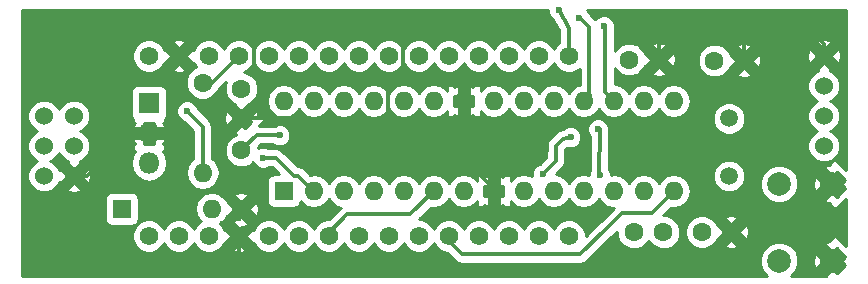
<source format=gbr>
G04 #@! TF.FileFunction,Copper,L1,Top,Signal*
%FSLAX46Y46*%
G04 Gerber Fmt 4.6, Leading zero omitted, Abs format (unit mm)*
G04 Created by KiCad (PCBNEW 4.0.7) date 10/17/21 23:49:15*
%MOMM*%
%LPD*%
G01*
G04 APERTURE LIST*
%ADD10C,0.100000*%
%ADD11R,1.600000X1.600000*%
%ADD12O,1.600000X1.600000*%
%ADD13C,1.600000*%
%ADD14C,2.000000*%
%ADD15R,1.800000X1.800000*%
%ADD16O,1.800000X1.800000*%
%ADD17C,1.500000*%
%ADD18C,1.574800*%
%ADD19C,1.524000*%
%ADD20C,0.600000*%
%ADD21C,0.350000*%
%ADD22C,0.250000*%
G04 APERTURE END LIST*
D10*
D11*
X144780000Y-92710000D03*
D12*
X177800000Y-85090000D03*
X147320000Y-92710000D03*
X175260000Y-85090000D03*
X149860000Y-92710000D03*
X172720000Y-85090000D03*
X152400000Y-92710000D03*
X170180000Y-85090000D03*
X154940000Y-92710000D03*
X167640000Y-85090000D03*
X157480000Y-92710000D03*
X165100000Y-85090000D03*
X160020000Y-92710000D03*
X162560000Y-85090000D03*
X162560000Y-92710000D03*
X160020000Y-85090000D03*
X165100000Y-92710000D03*
X157480000Y-85090000D03*
X167640000Y-92710000D03*
X154940000Y-85090000D03*
X170180000Y-92710000D03*
X152400000Y-85090000D03*
X172720000Y-92710000D03*
X149860000Y-85090000D03*
X175260000Y-92710000D03*
X147320000Y-85090000D03*
X177800000Y-92710000D03*
X144780000Y-85090000D03*
D13*
X141190000Y-84060000D03*
X141190000Y-86560000D03*
X174010000Y-81580000D03*
X176510000Y-81580000D03*
X181230000Y-81670000D03*
X183730000Y-81670000D03*
X180170000Y-96180000D03*
X182670000Y-96180000D03*
X176900000Y-96200000D03*
X174400000Y-96200000D03*
D11*
X131060000Y-94220000D03*
D12*
X138680000Y-94220000D03*
D13*
X137910000Y-83540000D03*
D12*
X137910000Y-91160000D03*
D14*
X186720000Y-92120000D03*
X191220000Y-92120000D03*
X186720000Y-98620000D03*
X191220000Y-98620000D03*
D15*
X133360000Y-85270000D03*
D16*
X133360000Y-87810000D03*
X133360000Y-90350000D03*
D17*
X182460000Y-86560000D03*
X182460000Y-91440000D03*
D13*
X141180000Y-89270000D03*
X141180000Y-94270000D03*
D18*
X133350000Y-81280000D03*
X133350000Y-96520000D03*
X135890000Y-81280000D03*
X135890000Y-96520000D03*
X138430000Y-81280000D03*
X138430000Y-96520000D03*
X140970000Y-81280000D03*
X140970000Y-96520000D03*
X143510000Y-81280000D03*
X143510000Y-96520000D03*
X146050000Y-81280000D03*
X146050000Y-96520000D03*
X148590000Y-81280000D03*
X148590000Y-96520000D03*
X151130000Y-81280000D03*
X151130000Y-96520000D03*
X153670000Y-81280000D03*
X153670000Y-96520000D03*
X156210000Y-81280000D03*
X156210000Y-96520000D03*
X158750000Y-81280000D03*
X158750000Y-96520000D03*
X161290000Y-81280000D03*
X161290000Y-96520000D03*
X163830000Y-81280000D03*
X163830000Y-96520000D03*
X166370000Y-81280000D03*
X166370000Y-96520000D03*
X168910000Y-81280000D03*
X168910000Y-96520000D03*
D19*
X124460000Y-86360000D03*
X127000000Y-86360000D03*
X124460000Y-88900000D03*
X127000000Y-88900000D03*
X124460000Y-91440000D03*
X127000000Y-91440000D03*
X190500000Y-81280000D03*
X190500000Y-83820000D03*
X190500000Y-86360000D03*
X190500000Y-88900000D03*
D20*
X133940000Y-79240000D03*
X132690000Y-79270000D03*
X131320000Y-80050000D03*
X130480000Y-82280000D03*
X130230000Y-84180000D03*
X129750000Y-85600000D03*
X129250000Y-89520000D03*
X128750000Y-90830000D03*
X159980000Y-89920000D03*
X160290000Y-87840000D03*
X158480000Y-87030000D03*
X155540000Y-87090000D03*
X153560000Y-86980000D03*
X151600000Y-86870000D03*
X149840000Y-86780000D03*
X147800000Y-86810000D03*
X145460000Y-86810000D03*
X182372000Y-77724000D03*
X180848000Y-78232000D03*
X179324000Y-78232000D03*
X177800000Y-78232000D03*
X189484000Y-79248000D03*
X187960000Y-78740000D03*
X186436000Y-78232000D03*
X184404000Y-78232000D03*
X189484000Y-96520000D03*
X189484000Y-94488000D03*
X189484000Y-92456000D03*
X188976000Y-90932000D03*
X187960000Y-89916000D03*
X187960000Y-87376000D03*
X186944000Y-85344000D03*
X185928000Y-83820000D03*
X123670000Y-94690000D03*
X124460000Y-96520000D03*
X124968000Y-97536000D03*
X125984000Y-98552000D03*
X127508000Y-99060000D03*
X129032000Y-99568000D03*
X131064000Y-99060000D03*
X133096000Y-99060000D03*
X135636000Y-99060000D03*
X137668000Y-99060000D03*
X139700000Y-99060000D03*
X141224000Y-99060000D03*
X143010000Y-89900000D03*
X136570000Y-85920000D03*
X171860000Y-78760000D03*
X169050000Y-88160000D03*
X166680000Y-91310000D03*
X168040000Y-77382000D03*
X169800000Y-78050000D03*
X171390000Y-87440000D03*
X171510000Y-91360000D03*
X144410000Y-88000000D03*
D21*
X153560000Y-86980000D02*
X153560000Y-86470000D01*
X153560000Y-86470000D02*
X153610000Y-86420000D01*
X153610000Y-86420000D02*
X153610000Y-83940000D01*
X153610000Y-83940000D02*
X154900000Y-82650000D01*
X154900000Y-82650000D02*
X154900000Y-79970000D01*
X154900000Y-79970000D02*
X153530000Y-78600000D01*
X153530000Y-78600000D02*
X142680000Y-78600000D01*
X142680000Y-78600000D02*
X141655000Y-79625000D01*
X141190000Y-86560000D02*
X141370000Y-86560000D01*
X141370000Y-86560000D02*
X142800000Y-85130000D01*
X142800000Y-85130000D02*
X142800000Y-83280000D01*
X142800000Y-83280000D02*
X142210000Y-82690000D01*
X142210000Y-82690000D02*
X142210000Y-80180000D01*
X142210000Y-80180000D02*
X141655000Y-79625000D01*
X137820000Y-79350000D02*
X135890000Y-81280000D01*
X141655000Y-79625000D02*
X141380000Y-79350000D01*
X141380000Y-79350000D02*
X137820000Y-79350000D01*
X127000000Y-91440000D02*
X128140000Y-91440000D01*
X133940000Y-79240000D02*
X135890000Y-81190000D01*
X132100000Y-79270000D02*
X132690000Y-79270000D01*
X131320000Y-80050000D02*
X132100000Y-79270000D01*
X130480000Y-83930000D02*
X130480000Y-82280000D01*
X130230000Y-84180000D02*
X130480000Y-83930000D01*
X129050000Y-87150000D02*
X129750000Y-85600000D01*
X129050000Y-89320000D02*
X129050000Y-87150000D01*
X129250000Y-89520000D02*
X129050000Y-89320000D01*
X128140000Y-91440000D02*
X128750000Y-90830000D01*
X135890000Y-81190000D02*
X135890000Y-81280000D01*
X162560000Y-92710000D02*
X162560000Y-92500000D01*
X162560000Y-92500000D02*
X159980000Y-89920000D01*
X141190000Y-86560000D02*
X145210000Y-86560000D01*
X160020000Y-87570000D02*
X160020000Y-85090000D01*
X160290000Y-87840000D02*
X160020000Y-87570000D01*
X155600000Y-87030000D02*
X158480000Y-87030000D01*
X155540000Y-87090000D02*
X155600000Y-87030000D01*
X151710000Y-86980000D02*
X153560000Y-86980000D01*
X151600000Y-86870000D02*
X151710000Y-86980000D01*
X147830000Y-86780000D02*
X149840000Y-86780000D01*
X147800000Y-86810000D02*
X147830000Y-86780000D01*
X145210000Y-86560000D02*
X145460000Y-86810000D01*
X176510000Y-81580000D02*
X176510000Y-79522000D01*
X182880000Y-78232000D02*
X184404000Y-78232000D01*
X182372000Y-77724000D02*
X182880000Y-78232000D01*
X179324000Y-78232000D02*
X180848000Y-78232000D01*
X176510000Y-79522000D02*
X177800000Y-78232000D01*
X183730000Y-81670000D02*
X183730000Y-78906000D01*
X190500000Y-80264000D02*
X190500000Y-81280000D01*
X189484000Y-79248000D02*
X190500000Y-80264000D01*
X186944000Y-78740000D02*
X187960000Y-78740000D01*
X186436000Y-78232000D02*
X186944000Y-78740000D01*
X183730000Y-78906000D02*
X184404000Y-78232000D01*
X189484000Y-96520000D02*
X189484000Y-94488000D01*
X189484000Y-92456000D02*
X188976000Y-91948000D01*
X188976000Y-91948000D02*
X188976000Y-90932000D01*
X187960000Y-89916000D02*
X187960000Y-87376000D01*
X186944000Y-85344000D02*
X185928000Y-84328000D01*
X185928000Y-84328000D02*
X185928000Y-83820000D01*
X127000000Y-91440000D02*
X127000000Y-91948000D01*
X127000000Y-91948000D02*
X123670000Y-94690000D01*
X124460000Y-96520000D02*
X124968000Y-97028000D01*
X124968000Y-97028000D02*
X124968000Y-97536000D01*
X125984000Y-98552000D02*
X126492000Y-99060000D01*
X126492000Y-99060000D02*
X127508000Y-99060000D01*
X129032000Y-99568000D02*
X129540000Y-99060000D01*
X129540000Y-99060000D02*
X131064000Y-99060000D01*
X133096000Y-99060000D02*
X135636000Y-99060000D01*
X137668000Y-99060000D02*
X139700000Y-99060000D01*
X141224000Y-99060000D02*
X140970000Y-98806000D01*
X140970000Y-98806000D02*
X140970000Y-96520000D01*
X147320000Y-92710000D02*
X147270000Y-92710000D01*
X147270000Y-92710000D02*
X145980000Y-91420000D01*
X144090000Y-89900000D02*
X143010000Y-89900000D01*
X145610000Y-91420000D02*
X144090000Y-89900000D01*
X145980000Y-91420000D02*
X145610000Y-91420000D01*
X137910000Y-91160000D02*
X137910000Y-87260000D01*
X137910000Y-87260000D02*
X136570000Y-85920000D01*
X148590000Y-96520000D02*
X148590000Y-96230000D01*
X148590000Y-96230000D02*
X150130000Y-94690000D01*
X150130000Y-94690000D02*
X155500000Y-94690000D01*
X155500000Y-94690000D02*
X157480000Y-92710000D01*
X158750000Y-96520000D02*
X158750000Y-96960000D01*
X158750000Y-96960000D02*
X159860000Y-98070000D01*
X159860000Y-98070000D02*
X169880000Y-98070000D01*
X169880000Y-98070000D02*
X172030000Y-95920000D01*
X172030000Y-95920000D02*
X172080000Y-95920000D01*
X172080000Y-95920000D02*
X173420000Y-94580000D01*
X173420000Y-94580000D02*
X175930000Y-94580000D01*
X175930000Y-94580000D02*
X177800000Y-92710000D01*
X171980000Y-84350000D02*
X172720000Y-85090000D01*
X171980000Y-78780000D02*
X171980000Y-84350000D01*
X171860000Y-78760000D02*
X171980000Y-78780000D01*
X168390000Y-88270000D02*
X169050000Y-88160000D01*
X167830000Y-88870000D02*
X168390000Y-88270000D01*
X167800000Y-90190000D02*
X167830000Y-88870000D01*
X166680000Y-91310000D02*
X167800000Y-90190000D01*
X168910000Y-81280000D02*
X168910000Y-78890000D01*
X168910000Y-78890000D02*
X168040000Y-77382000D01*
X170630000Y-78790000D02*
X170630000Y-84640000D01*
X169800000Y-78050000D02*
X169920000Y-78170000D01*
X169920000Y-78170000D02*
X169970000Y-78170000D01*
X169970000Y-78170000D02*
X170630000Y-78790000D01*
X170630000Y-84640000D02*
X170180000Y-85090000D01*
X170720000Y-84550000D02*
X170180000Y-85090000D01*
X171520000Y-87440000D02*
X171390000Y-87440000D01*
X171500000Y-91350000D02*
X171520000Y-87440000D01*
X171510000Y-91360000D02*
X171500000Y-91350000D01*
X137910000Y-83540000D02*
X138710000Y-83540000D01*
X138710000Y-83540000D02*
X140970000Y-81280000D01*
X142480000Y-87970000D02*
X141180000Y-89270000D01*
X144380000Y-87970000D02*
X142480000Y-87970000D01*
X144410000Y-88000000D02*
X144380000Y-87970000D01*
D22*
G36*
X167114840Y-77565187D02*
X167255366Y-77905286D01*
X167515345Y-78165720D01*
X167585320Y-78194776D01*
X168110000Y-79104223D01*
X168110000Y-80082910D01*
X167713323Y-80478895D01*
X167640086Y-80655270D01*
X167568073Y-80480985D01*
X167171105Y-80083323D01*
X166652176Y-79867845D01*
X166090289Y-79867355D01*
X165570985Y-80081927D01*
X165173323Y-80478895D01*
X165100086Y-80655270D01*
X165028073Y-80480985D01*
X164631105Y-80083323D01*
X164112176Y-79867845D01*
X163550289Y-79867355D01*
X163030985Y-80081927D01*
X162633323Y-80478895D01*
X162560086Y-80655270D01*
X162488073Y-80480985D01*
X162091105Y-80083323D01*
X161572176Y-79867845D01*
X161010289Y-79867355D01*
X160490985Y-80081927D01*
X160093323Y-80478895D01*
X160020086Y-80655270D01*
X159948073Y-80480985D01*
X159551105Y-80083323D01*
X159032176Y-79867845D01*
X158470289Y-79867355D01*
X157950985Y-80081927D01*
X157553323Y-80478895D01*
X157480086Y-80655270D01*
X157408073Y-80480985D01*
X157011105Y-80083323D01*
X156492176Y-79867845D01*
X155930289Y-79867355D01*
X155410985Y-80081927D01*
X155013323Y-80478895D01*
X154940086Y-80655270D01*
X154868073Y-80480985D01*
X154471105Y-80083323D01*
X153952176Y-79867845D01*
X153390289Y-79867355D01*
X152870985Y-80081927D01*
X152473323Y-80478895D01*
X152400086Y-80655270D01*
X152328073Y-80480985D01*
X151931105Y-80083323D01*
X151412176Y-79867845D01*
X150850289Y-79867355D01*
X150330985Y-80081927D01*
X149933323Y-80478895D01*
X149860086Y-80655270D01*
X149788073Y-80480985D01*
X149391105Y-80083323D01*
X148872176Y-79867845D01*
X148310289Y-79867355D01*
X147790985Y-80081927D01*
X147393323Y-80478895D01*
X147320086Y-80655270D01*
X147248073Y-80480985D01*
X146851105Y-80083323D01*
X146332176Y-79867845D01*
X145770289Y-79867355D01*
X145250985Y-80081927D01*
X144853323Y-80478895D01*
X144780086Y-80655270D01*
X144708073Y-80480985D01*
X144311105Y-80083323D01*
X143792176Y-79867845D01*
X143230289Y-79867355D01*
X142710985Y-80081927D01*
X142313323Y-80478895D01*
X142240086Y-80655270D01*
X142168073Y-80480985D01*
X141771105Y-80083323D01*
X141252176Y-79867845D01*
X140690289Y-79867355D01*
X140170985Y-80081927D01*
X139773323Y-80478895D01*
X139700086Y-80655270D01*
X139628073Y-80480985D01*
X139231105Y-80083323D01*
X138712176Y-79867845D01*
X138150289Y-79867355D01*
X137630985Y-80081927D01*
X137233323Y-80478895D01*
X137129530Y-80728858D01*
X137037019Y-80689757D01*
X136446776Y-81280000D01*
X137037019Y-81870243D01*
X137129511Y-81831150D01*
X137231927Y-82079015D01*
X137372787Y-82220121D01*
X137103857Y-82331240D01*
X136702649Y-82731749D01*
X136485248Y-83255307D01*
X136484754Y-83822206D01*
X136701240Y-84346143D01*
X137101749Y-84747351D01*
X137625307Y-84964752D01*
X138192206Y-84965246D01*
X138716143Y-84748760D01*
X139117351Y-84348251D01*
X139195951Y-84158962D01*
X139275685Y-84105685D01*
X139878285Y-83503086D01*
X139765248Y-83775307D01*
X139764754Y-84342206D01*
X139981240Y-84866143D01*
X140381749Y-85267351D01*
X140612204Y-85363045D01*
X140596102Y-85400416D01*
X141190000Y-85994315D01*
X141783898Y-85400416D01*
X141767820Y-85363101D01*
X141996143Y-85268760D01*
X142203180Y-85062083D01*
X143355000Y-85062083D01*
X143355000Y-85117917D01*
X143463472Y-85663241D01*
X143772373Y-86125544D01*
X144234676Y-86434445D01*
X144780000Y-86542917D01*
X145325324Y-86434445D01*
X145787627Y-86125544D01*
X146050000Y-85732875D01*
X146312373Y-86125544D01*
X146774676Y-86434445D01*
X147320000Y-86542917D01*
X147865324Y-86434445D01*
X148327627Y-86125544D01*
X148590000Y-85732875D01*
X148852373Y-86125544D01*
X149314676Y-86434445D01*
X149860000Y-86542917D01*
X150405324Y-86434445D01*
X150867627Y-86125544D01*
X151130000Y-85732875D01*
X151392373Y-86125544D01*
X151854676Y-86434445D01*
X152400000Y-86542917D01*
X152945324Y-86434445D01*
X153407627Y-86125544D01*
X153670000Y-85732875D01*
X153932373Y-86125544D01*
X154394676Y-86434445D01*
X154940000Y-86542917D01*
X155485324Y-86434445D01*
X155947627Y-86125544D01*
X156210000Y-85732875D01*
X156472373Y-86125544D01*
X156934676Y-86434445D01*
X157480000Y-86542917D01*
X158025324Y-86434445D01*
X158487627Y-86125544D01*
X158587000Y-85976822D01*
X158587000Y-86465002D01*
X159220000Y-86465002D01*
X159220000Y-86259816D01*
X159409664Y-86386526D01*
X159620000Y-86300367D01*
X159620000Y-85490000D01*
X159220000Y-85490000D01*
X159220000Y-84690000D01*
X159620000Y-84690000D01*
X159620000Y-83879633D01*
X159409664Y-83793474D01*
X159220000Y-83920184D01*
X159220000Y-83714998D01*
X158587000Y-83714998D01*
X158587000Y-84203178D01*
X158487627Y-84054456D01*
X158025324Y-83745555D01*
X157480000Y-83637083D01*
X156934676Y-83745555D01*
X156472373Y-84054456D01*
X156210000Y-84447125D01*
X155947627Y-84054456D01*
X155485324Y-83745555D01*
X154940000Y-83637083D01*
X154394676Y-83745555D01*
X153932373Y-84054456D01*
X153670000Y-84447125D01*
X153407627Y-84054456D01*
X152945324Y-83745555D01*
X152400000Y-83637083D01*
X151854676Y-83745555D01*
X151392373Y-84054456D01*
X151130000Y-84447125D01*
X150867627Y-84054456D01*
X150405324Y-83745555D01*
X149860000Y-83637083D01*
X149314676Y-83745555D01*
X148852373Y-84054456D01*
X148590000Y-84447125D01*
X148327627Y-84054456D01*
X147865324Y-83745555D01*
X147320000Y-83637083D01*
X146774676Y-83745555D01*
X146312373Y-84054456D01*
X146050000Y-84447125D01*
X145787627Y-84054456D01*
X145325324Y-83745555D01*
X144780000Y-83637083D01*
X144234676Y-83745555D01*
X143772373Y-84054456D01*
X143463472Y-84516759D01*
X143355000Y-85062083D01*
X142203180Y-85062083D01*
X142397351Y-84868251D01*
X142614752Y-84344693D01*
X142615246Y-83777794D01*
X142398760Y-83253857D01*
X141998251Y-82852649D01*
X141474693Y-82635248D01*
X141388804Y-82635173D01*
X141769015Y-82478073D01*
X142166677Y-82081105D01*
X142239914Y-81904730D01*
X142311927Y-82079015D01*
X142708895Y-82476677D01*
X143227824Y-82692155D01*
X143789711Y-82692645D01*
X144309015Y-82478073D01*
X144706677Y-82081105D01*
X144779914Y-81904730D01*
X144851927Y-82079015D01*
X145248895Y-82476677D01*
X145767824Y-82692155D01*
X146329711Y-82692645D01*
X146849015Y-82478073D01*
X147246677Y-82081105D01*
X147319914Y-81904730D01*
X147391927Y-82079015D01*
X147788895Y-82476677D01*
X148307824Y-82692155D01*
X148869711Y-82692645D01*
X149389015Y-82478073D01*
X149786677Y-82081105D01*
X149859914Y-81904730D01*
X149931927Y-82079015D01*
X150328895Y-82476677D01*
X150847824Y-82692155D01*
X151409711Y-82692645D01*
X151929015Y-82478073D01*
X152326677Y-82081105D01*
X152399914Y-81904730D01*
X152471927Y-82079015D01*
X152868895Y-82476677D01*
X153387824Y-82692155D01*
X153949711Y-82692645D01*
X154469015Y-82478073D01*
X154866677Y-82081105D01*
X154939914Y-81904730D01*
X155011927Y-82079015D01*
X155408895Y-82476677D01*
X155927824Y-82692155D01*
X156489711Y-82692645D01*
X157009015Y-82478073D01*
X157406677Y-82081105D01*
X157479914Y-81904730D01*
X157551927Y-82079015D01*
X157948895Y-82476677D01*
X158467824Y-82692155D01*
X159029711Y-82692645D01*
X159549015Y-82478073D01*
X159946677Y-82081105D01*
X160019914Y-81904730D01*
X160091927Y-82079015D01*
X160488895Y-82476677D01*
X161007824Y-82692155D01*
X161569711Y-82692645D01*
X162089015Y-82478073D01*
X162486677Y-82081105D01*
X162559914Y-81904730D01*
X162631927Y-82079015D01*
X163028895Y-82476677D01*
X163547824Y-82692155D01*
X164109711Y-82692645D01*
X164629015Y-82478073D01*
X165026677Y-82081105D01*
X165099914Y-81904730D01*
X165171927Y-82079015D01*
X165568895Y-82476677D01*
X166087824Y-82692155D01*
X166649711Y-82692645D01*
X167169015Y-82478073D01*
X167566677Y-82081105D01*
X167639914Y-81904730D01*
X167711927Y-82079015D01*
X168108895Y-82476677D01*
X168627824Y-82692155D01*
X169189711Y-82692645D01*
X169709015Y-82478073D01*
X169830000Y-82357299D01*
X169830000Y-83706703D01*
X169634676Y-83745555D01*
X169172373Y-84054456D01*
X168910000Y-84447125D01*
X168647627Y-84054456D01*
X168185324Y-83745555D01*
X167640000Y-83637083D01*
X167094676Y-83745555D01*
X166632373Y-84054456D01*
X166370000Y-84447125D01*
X166107627Y-84054456D01*
X165645324Y-83745555D01*
X165100000Y-83637083D01*
X164554676Y-83745555D01*
X164092373Y-84054456D01*
X163830000Y-84447125D01*
X163567627Y-84054456D01*
X163105324Y-83745555D01*
X162560000Y-83637083D01*
X162014676Y-83745555D01*
X161552373Y-84054456D01*
X161453000Y-84203178D01*
X161453000Y-83714998D01*
X160820000Y-83714998D01*
X160820000Y-83920184D01*
X160630336Y-83793474D01*
X160420000Y-83879633D01*
X160420000Y-84690000D01*
X160820000Y-84690000D01*
X160820000Y-85490000D01*
X160420000Y-85490000D01*
X160420000Y-86300367D01*
X160630336Y-86386526D01*
X160820000Y-86259816D01*
X160820000Y-86465002D01*
X161453000Y-86465002D01*
X161453000Y-85976822D01*
X161552373Y-86125544D01*
X162014676Y-86434445D01*
X162560000Y-86542917D01*
X163105324Y-86434445D01*
X163567627Y-86125544D01*
X163830000Y-85732875D01*
X164092373Y-86125544D01*
X164554676Y-86434445D01*
X165100000Y-86542917D01*
X165645324Y-86434445D01*
X166107627Y-86125544D01*
X166370000Y-85732875D01*
X166632373Y-86125544D01*
X167094676Y-86434445D01*
X167640000Y-86542917D01*
X168185324Y-86434445D01*
X168647627Y-86125544D01*
X168910000Y-85732875D01*
X169172373Y-86125544D01*
X169634676Y-86434445D01*
X170180000Y-86542917D01*
X170725324Y-86434445D01*
X171187627Y-86125544D01*
X171450000Y-85732875D01*
X171712373Y-86125544D01*
X172174676Y-86434445D01*
X172720000Y-86542917D01*
X173265324Y-86434445D01*
X173727627Y-86125544D01*
X173990000Y-85732875D01*
X174252373Y-86125544D01*
X174714676Y-86434445D01*
X175260000Y-86542917D01*
X175805324Y-86434445D01*
X176267627Y-86125544D01*
X176530000Y-85732875D01*
X176792373Y-86125544D01*
X177254676Y-86434445D01*
X177800000Y-86542917D01*
X178345324Y-86434445D01*
X178807627Y-86125544D01*
X179116528Y-85663241D01*
X179225000Y-85117917D01*
X179225000Y-85062083D01*
X179116528Y-84516759D01*
X178834505Y-84094681D01*
X189112760Y-84094681D01*
X189323473Y-84604646D01*
X189713302Y-84995156D01*
X189941644Y-85089972D01*
X189715354Y-85183473D01*
X189324844Y-85573302D01*
X189113241Y-86082898D01*
X189112760Y-86634681D01*
X189323473Y-87144646D01*
X189713302Y-87535156D01*
X189941644Y-87629972D01*
X189715354Y-87723473D01*
X189324844Y-88113302D01*
X189113241Y-88622898D01*
X189112760Y-89174681D01*
X189323473Y-89684646D01*
X189713302Y-90075156D01*
X190222898Y-90286759D01*
X190774681Y-90287240D01*
X191284646Y-90076527D01*
X191675156Y-89686698D01*
X191886759Y-89177102D01*
X191887240Y-88625319D01*
X191676527Y-88115354D01*
X191286698Y-87724844D01*
X191058356Y-87630028D01*
X191284646Y-87536527D01*
X191675156Y-87146698D01*
X191886759Y-86637102D01*
X191887240Y-86085319D01*
X191676527Y-85575354D01*
X191286698Y-85184844D01*
X191058356Y-85090028D01*
X191284646Y-84996527D01*
X191675156Y-84606698D01*
X191886759Y-84097102D01*
X191887240Y-83545319D01*
X191676527Y-83035354D01*
X191286698Y-82644844D01*
X191027788Y-82537335D01*
X191082865Y-82401681D01*
X190500000Y-81818815D01*
X189917135Y-82401681D01*
X189972214Y-82537341D01*
X189715354Y-82643473D01*
X189324844Y-83033302D01*
X189113241Y-83542898D01*
X189112760Y-84094681D01*
X178834505Y-84094681D01*
X178807627Y-84054456D01*
X178345324Y-83745555D01*
X177800000Y-83637083D01*
X177254676Y-83745555D01*
X176792373Y-84054456D01*
X176530000Y-84447125D01*
X176267627Y-84054456D01*
X175805324Y-83745555D01*
X175260000Y-83637083D01*
X174714676Y-83745555D01*
X174252373Y-84054456D01*
X173990000Y-84447125D01*
X173727627Y-84054456D01*
X173265324Y-83745555D01*
X172780000Y-83649018D01*
X172780000Y-82334738D01*
X172801240Y-82386143D01*
X173201749Y-82787351D01*
X173725307Y-83004752D01*
X174292206Y-83005246D01*
X174816143Y-82788760D01*
X174865404Y-82739584D01*
X175916102Y-82739584D01*
X176007620Y-82951987D01*
X176570897Y-83039804D01*
X177012380Y-82951987D01*
X177103898Y-82739584D01*
X176510000Y-82145685D01*
X175916102Y-82739584D01*
X174865404Y-82739584D01*
X175217351Y-82388251D01*
X175313045Y-82157796D01*
X175350416Y-82173898D01*
X175944315Y-81580000D01*
X177075685Y-81580000D01*
X177669584Y-82173898D01*
X177881987Y-82082380D01*
X177902281Y-81952206D01*
X179804754Y-81952206D01*
X180021240Y-82476143D01*
X180421749Y-82877351D01*
X180945307Y-83094752D01*
X181512206Y-83095246D01*
X182036143Y-82878760D01*
X182085404Y-82829584D01*
X183136102Y-82829584D01*
X183227620Y-83041987D01*
X183790897Y-83129804D01*
X184232380Y-83041987D01*
X184323898Y-82829584D01*
X183730000Y-82235685D01*
X183136102Y-82829584D01*
X182085404Y-82829584D01*
X182437351Y-82478251D01*
X182533045Y-82247796D01*
X182570416Y-82263898D01*
X183164315Y-81670000D01*
X184295685Y-81670000D01*
X184889584Y-82263898D01*
X185101987Y-82172380D01*
X185189804Y-81609103D01*
X185134401Y-81330571D01*
X189078570Y-81330571D01*
X189167417Y-81777237D01*
X189378319Y-81862865D01*
X189961185Y-81280000D01*
X191038815Y-81280000D01*
X191621681Y-81862865D01*
X191832583Y-81777237D01*
X191921430Y-81229429D01*
X191832583Y-80782763D01*
X191621681Y-80697135D01*
X191038815Y-81280000D01*
X189961185Y-81280000D01*
X189378319Y-80697135D01*
X189167417Y-80782763D01*
X189078570Y-81330571D01*
X185134401Y-81330571D01*
X185101987Y-81167620D01*
X184889584Y-81076102D01*
X184295685Y-81670000D01*
X183164315Y-81670000D01*
X182570416Y-81076102D01*
X182533101Y-81092180D01*
X182438760Y-80863857D01*
X182085935Y-80510416D01*
X183136102Y-80510416D01*
X183730000Y-81104315D01*
X184323898Y-80510416D01*
X184232380Y-80298013D01*
X183669103Y-80210196D01*
X183227620Y-80298013D01*
X183136102Y-80510416D01*
X182085935Y-80510416D01*
X182038251Y-80462649D01*
X181514693Y-80245248D01*
X180947794Y-80244754D01*
X180423857Y-80461240D01*
X180022649Y-80861749D01*
X179805248Y-81385307D01*
X179804754Y-81952206D01*
X177902281Y-81952206D01*
X177969804Y-81519103D01*
X177881987Y-81077620D01*
X177669584Y-80986102D01*
X177075685Y-81580000D01*
X175944315Y-81580000D01*
X175350416Y-80986102D01*
X175313101Y-81002180D01*
X175218760Y-80773857D01*
X174865935Y-80420416D01*
X175916102Y-80420416D01*
X176510000Y-81014315D01*
X177103898Y-80420416D01*
X177012380Y-80208013D01*
X176693633Y-80158319D01*
X189917135Y-80158319D01*
X190500000Y-80741185D01*
X191082865Y-80158319D01*
X190997237Y-79947417D01*
X190449429Y-79858570D01*
X190002763Y-79947417D01*
X189917135Y-80158319D01*
X176693633Y-80158319D01*
X176449103Y-80120196D01*
X176007620Y-80208013D01*
X175916102Y-80420416D01*
X174865935Y-80420416D01*
X174818251Y-80372649D01*
X174294693Y-80155248D01*
X173727794Y-80154754D01*
X173203857Y-80371240D01*
X172802649Y-80771749D01*
X172780000Y-80826294D01*
X172780000Y-78956455D01*
X172784839Y-78944801D01*
X172785160Y-78576813D01*
X172644634Y-78236714D01*
X172384655Y-77976280D01*
X172044801Y-77835161D01*
X171676813Y-77834840D01*
X171336714Y-77975366D01*
X171140138Y-78171598D01*
X170667730Y-77727821D01*
X170584634Y-77526714D01*
X170466127Y-77408000D01*
X192340000Y-77408000D01*
X192340000Y-90888809D01*
X191423322Y-89972131D01*
X190954834Y-90440620D01*
X190995018Y-90480804D01*
X190691021Y-90541273D01*
X190568498Y-90761391D01*
X191220000Y-91412893D01*
X191573554Y-91059340D01*
X192280661Y-91766447D01*
X191927107Y-92120000D01*
X192280661Y-92473554D01*
X191573554Y-93180661D01*
X191220000Y-92827107D01*
X190568498Y-93478609D01*
X190691021Y-93698727D01*
X191014230Y-93739984D01*
X190954834Y-93799380D01*
X191423322Y-94267869D01*
X192340000Y-93351191D01*
X192340000Y-97388809D01*
X191423322Y-96472131D01*
X190954834Y-96940620D01*
X190995018Y-96980804D01*
X190691021Y-97041273D01*
X190568498Y-97261391D01*
X191220000Y-97912893D01*
X191573554Y-97559340D01*
X192280661Y-98266447D01*
X191927107Y-98620000D01*
X192280661Y-98973554D01*
X191573554Y-99680661D01*
X191220000Y-99327107D01*
X190663107Y-99884000D01*
X187753898Y-99884000D01*
X188096805Y-99541691D01*
X188344718Y-98944651D01*
X188344900Y-98735440D01*
X189559015Y-98735440D01*
X189641273Y-99148979D01*
X189861391Y-99271502D01*
X190512893Y-98620000D01*
X189861391Y-97968498D01*
X189641273Y-98091021D01*
X189559015Y-98735440D01*
X188344900Y-98735440D01*
X188345282Y-98298186D01*
X188098412Y-97700714D01*
X187641691Y-97243195D01*
X187044651Y-96995282D01*
X186398186Y-96994718D01*
X185800714Y-97241588D01*
X185343195Y-97698309D01*
X185095282Y-98295349D01*
X185094718Y-98941814D01*
X185341588Y-99539286D01*
X185685701Y-99884000D01*
X122620000Y-99884000D01*
X122620000Y-96799711D01*
X131937355Y-96799711D01*
X132151927Y-97319015D01*
X132548895Y-97716677D01*
X133067824Y-97932155D01*
X133629711Y-97932645D01*
X134149015Y-97718073D01*
X134546677Y-97321105D01*
X134619914Y-97144730D01*
X134691927Y-97319015D01*
X135088895Y-97716677D01*
X135607824Y-97932155D01*
X136169711Y-97932645D01*
X136689015Y-97718073D01*
X137086677Y-97321105D01*
X137159914Y-97144730D01*
X137231927Y-97319015D01*
X137628895Y-97716677D01*
X138147824Y-97932155D01*
X138709711Y-97932645D01*
X139229015Y-97718073D01*
X139280158Y-97667019D01*
X140379757Y-97667019D01*
X140469322Y-97878926D01*
X141027472Y-97967086D01*
X141470678Y-97878926D01*
X141560243Y-97667019D01*
X140970000Y-97076776D01*
X140379757Y-97667019D01*
X139280158Y-97667019D01*
X139626677Y-97321105D01*
X139730470Y-97071142D01*
X139822981Y-97110243D01*
X140413224Y-96520000D01*
X139822981Y-95929757D01*
X139730489Y-95968850D01*
X139628073Y-95720985D01*
X139367635Y-95460092D01*
X139498006Y-95372981D01*
X140379757Y-95372981D01*
X140970000Y-95963224D01*
X141208475Y-95724749D01*
X141240897Y-95729804D01*
X141682380Y-95641987D01*
X141773898Y-95429584D01*
X141180000Y-94835685D01*
X140938646Y-95077039D01*
X140912528Y-95072914D01*
X140469322Y-95161074D01*
X140379757Y-95372981D01*
X139498006Y-95372981D01*
X139715544Y-95227627D01*
X139972403Y-94843211D01*
X140020416Y-94863898D01*
X140614315Y-94270000D01*
X141745685Y-94270000D01*
X142339584Y-94863898D01*
X142551987Y-94772380D01*
X142639804Y-94209103D01*
X142551987Y-93767620D01*
X142339584Y-93676102D01*
X141745685Y-94270000D01*
X140614315Y-94270000D01*
X140025799Y-93681485D01*
X140024445Y-93674676D01*
X139715544Y-93212373D01*
X139562955Y-93110416D01*
X140586102Y-93110416D01*
X141180000Y-93704315D01*
X141773898Y-93110416D01*
X141682380Y-92898013D01*
X141119103Y-92810196D01*
X140677620Y-92898013D01*
X140586102Y-93110416D01*
X139562955Y-93110416D01*
X139253241Y-92903472D01*
X138707917Y-92795000D01*
X138652083Y-92795000D01*
X138106759Y-92903472D01*
X137644456Y-93212373D01*
X137335555Y-93674676D01*
X137227083Y-94220000D01*
X137335555Y-94765324D01*
X137644456Y-95227627D01*
X137726513Y-95282456D01*
X137630985Y-95321927D01*
X137233323Y-95718895D01*
X137160086Y-95895270D01*
X137088073Y-95720985D01*
X136691105Y-95323323D01*
X136172176Y-95107845D01*
X135610289Y-95107355D01*
X135090985Y-95321927D01*
X134693323Y-95718895D01*
X134620086Y-95895270D01*
X134548073Y-95720985D01*
X134151105Y-95323323D01*
X133632176Y-95107845D01*
X133070289Y-95107355D01*
X132550985Y-95321927D01*
X132153323Y-95718895D01*
X131937845Y-96237824D01*
X131937355Y-96799711D01*
X122620000Y-96799711D01*
X122620000Y-93420000D01*
X129622756Y-93420000D01*
X129622756Y-95020000D01*
X129666337Y-95251611D01*
X129803219Y-95464332D01*
X130012076Y-95607038D01*
X130260000Y-95657244D01*
X131860000Y-95657244D01*
X132091611Y-95613663D01*
X132304332Y-95476781D01*
X132447038Y-95267924D01*
X132497244Y-95020000D01*
X132497244Y-93420000D01*
X132453663Y-93188389D01*
X132316781Y-92975668D01*
X132107924Y-92832962D01*
X131860000Y-92782756D01*
X130260000Y-92782756D01*
X130028389Y-92826337D01*
X129815668Y-92963219D01*
X129672962Y-93172076D01*
X129622756Y-93420000D01*
X122620000Y-93420000D01*
X122620000Y-86634681D01*
X123072760Y-86634681D01*
X123283473Y-87144646D01*
X123673302Y-87535156D01*
X123901644Y-87629972D01*
X123675354Y-87723473D01*
X123284844Y-88113302D01*
X123073241Y-88622898D01*
X123072760Y-89174681D01*
X123283473Y-89684646D01*
X123673302Y-90075156D01*
X123901644Y-90169972D01*
X123675354Y-90263473D01*
X123284844Y-90653302D01*
X123073241Y-91162898D01*
X123072760Y-91714681D01*
X123283473Y-92224646D01*
X123673302Y-92615156D01*
X124182898Y-92826759D01*
X124734681Y-92827240D01*
X125244646Y-92616527D01*
X125299587Y-92561681D01*
X126417135Y-92561681D01*
X126502763Y-92772583D01*
X127050571Y-92861430D01*
X127497237Y-92772583D01*
X127582865Y-92561681D01*
X127000000Y-91978815D01*
X126417135Y-92561681D01*
X125299587Y-92561681D01*
X125635156Y-92226698D01*
X125742665Y-91967788D01*
X125878319Y-92022865D01*
X126461185Y-91440000D01*
X127538815Y-91440000D01*
X128121681Y-92022865D01*
X128332583Y-91937237D01*
X128421430Y-91389429D01*
X128332583Y-90942763D01*
X128121681Y-90857135D01*
X127538815Y-91440000D01*
X126461185Y-91440000D01*
X125878319Y-90857135D01*
X125742659Y-90912214D01*
X125636527Y-90655354D01*
X125246698Y-90264844D01*
X125018356Y-90170028D01*
X125244646Y-90076527D01*
X125635156Y-89686698D01*
X125729972Y-89458356D01*
X125823473Y-89684646D01*
X126213302Y-90075156D01*
X126472212Y-90182665D01*
X126417135Y-90318319D01*
X127000000Y-90901185D01*
X127581061Y-90320123D01*
X131835000Y-90320123D01*
X131835000Y-90379877D01*
X131951084Y-90963469D01*
X132281662Y-91458215D01*
X132776408Y-91788793D01*
X133360000Y-91904877D01*
X133943592Y-91788793D01*
X134438338Y-91458215D01*
X134768916Y-90963469D01*
X134885000Y-90379877D01*
X134885000Y-90320123D01*
X134768916Y-89736531D01*
X134505968Y-89343000D01*
X134735002Y-89343000D01*
X134735002Y-88710000D01*
X134564555Y-88710000D01*
X134737062Y-88483714D01*
X134667250Y-88260000D01*
X133810000Y-88260000D01*
X133810000Y-88710000D01*
X132910000Y-88710000D01*
X132910000Y-88260000D01*
X132052750Y-88260000D01*
X131982938Y-88483714D01*
X132155445Y-88710000D01*
X131984998Y-88710000D01*
X131984998Y-89343000D01*
X132214032Y-89343000D01*
X131951084Y-89736531D01*
X131835000Y-90320123D01*
X127581061Y-90320123D01*
X127582865Y-90318319D01*
X127527786Y-90182659D01*
X127784646Y-90076527D01*
X128175156Y-89686698D01*
X128386759Y-89177102D01*
X128387240Y-88625319D01*
X128176527Y-88115354D01*
X127786698Y-87724844D01*
X127558356Y-87630028D01*
X127784646Y-87536527D01*
X128175156Y-87146698D01*
X128386759Y-86637102D01*
X128387240Y-86085319D01*
X128176527Y-85575354D01*
X127786698Y-85184844D01*
X127277102Y-84973241D01*
X126725319Y-84972760D01*
X126215354Y-85183473D01*
X125824844Y-85573302D01*
X125730028Y-85801644D01*
X125636527Y-85575354D01*
X125246698Y-85184844D01*
X124737102Y-84973241D01*
X124185319Y-84972760D01*
X123675354Y-85183473D01*
X123284844Y-85573302D01*
X123073241Y-86082898D01*
X123072760Y-86634681D01*
X122620000Y-86634681D01*
X122620000Y-84370000D01*
X131822756Y-84370000D01*
X131822756Y-86170000D01*
X131866337Y-86401611D01*
X131984998Y-86586016D01*
X131984998Y-86910000D01*
X132155445Y-86910000D01*
X131982938Y-87136286D01*
X132052750Y-87360000D01*
X132910000Y-87360000D01*
X132910000Y-86910000D01*
X133810000Y-86910000D01*
X133810000Y-87360000D01*
X134667250Y-87360000D01*
X134737062Y-87136286D01*
X134564555Y-86910000D01*
X134735002Y-86910000D01*
X134735002Y-86581894D01*
X134847038Y-86417924D01*
X134897244Y-86170000D01*
X134897244Y-86103187D01*
X135644840Y-86103187D01*
X135785366Y-86443286D01*
X136045345Y-86703720D01*
X136348038Y-86829409D01*
X137110000Y-87591371D01*
X137110000Y-89985724D01*
X136902373Y-90124456D01*
X136593472Y-90586759D01*
X136485000Y-91132083D01*
X136485000Y-91187917D01*
X136593472Y-91733241D01*
X136902373Y-92195544D01*
X137364676Y-92504445D01*
X137910000Y-92612917D01*
X138455324Y-92504445D01*
X138917627Y-92195544D01*
X139226528Y-91733241D01*
X139335000Y-91187917D01*
X139335000Y-91132083D01*
X139226528Y-90586759D01*
X138917627Y-90124456D01*
X138710000Y-89985724D01*
X138710000Y-89552206D01*
X139754754Y-89552206D01*
X139971240Y-90076143D01*
X140371749Y-90477351D01*
X140895307Y-90694752D01*
X141462206Y-90695246D01*
X141986143Y-90478760D01*
X142171736Y-90293491D01*
X142225366Y-90423286D01*
X142485345Y-90683720D01*
X142825199Y-90824839D01*
X143193187Y-90825160D01*
X143496097Y-90700000D01*
X143758630Y-90700000D01*
X144331385Y-91272756D01*
X143980000Y-91272756D01*
X143748389Y-91316337D01*
X143535668Y-91453219D01*
X143392962Y-91662076D01*
X143342756Y-91910000D01*
X143342756Y-93510000D01*
X143386337Y-93741611D01*
X143523219Y-93954332D01*
X143732076Y-94097038D01*
X143980000Y-94147244D01*
X145580000Y-94147244D01*
X145811611Y-94103663D01*
X146024332Y-93966781D01*
X146167038Y-93757924D01*
X146202764Y-93581503D01*
X146312373Y-93745544D01*
X146774676Y-94054445D01*
X147320000Y-94162917D01*
X147865324Y-94054445D01*
X148327627Y-93745544D01*
X148590000Y-93352875D01*
X148852373Y-93745544D01*
X149314676Y-94054445D01*
X149587626Y-94108738D01*
X149564315Y-94124314D01*
X148581039Y-95107591D01*
X148310289Y-95107355D01*
X147790985Y-95321927D01*
X147393323Y-95718895D01*
X147320086Y-95895270D01*
X147248073Y-95720985D01*
X146851105Y-95323323D01*
X146332176Y-95107845D01*
X145770289Y-95107355D01*
X145250985Y-95321927D01*
X144853323Y-95718895D01*
X144780086Y-95895270D01*
X144708073Y-95720985D01*
X144311105Y-95323323D01*
X143792176Y-95107845D01*
X143230289Y-95107355D01*
X142710985Y-95321927D01*
X142313323Y-95718895D01*
X142209530Y-95968858D01*
X142117019Y-95929757D01*
X141526776Y-96520000D01*
X142117019Y-97110243D01*
X142209511Y-97071150D01*
X142311927Y-97319015D01*
X142708895Y-97716677D01*
X143227824Y-97932155D01*
X143789711Y-97932645D01*
X144309015Y-97718073D01*
X144706677Y-97321105D01*
X144779914Y-97144730D01*
X144851927Y-97319015D01*
X145248895Y-97716677D01*
X145767824Y-97932155D01*
X146329711Y-97932645D01*
X146849015Y-97718073D01*
X147246677Y-97321105D01*
X147319914Y-97144730D01*
X147391927Y-97319015D01*
X147788895Y-97716677D01*
X148307824Y-97932155D01*
X148869711Y-97932645D01*
X149389015Y-97718073D01*
X149786677Y-97321105D01*
X149859914Y-97144730D01*
X149931927Y-97319015D01*
X150328895Y-97716677D01*
X150847824Y-97932155D01*
X151409711Y-97932645D01*
X151929015Y-97718073D01*
X152326677Y-97321105D01*
X152399914Y-97144730D01*
X152471927Y-97319015D01*
X152868895Y-97716677D01*
X153387824Y-97932155D01*
X153949711Y-97932645D01*
X154469015Y-97718073D01*
X154866677Y-97321105D01*
X154939914Y-97144730D01*
X155011927Y-97319015D01*
X155408895Y-97716677D01*
X155927824Y-97932155D01*
X156489711Y-97932645D01*
X157009015Y-97718073D01*
X157406677Y-97321105D01*
X157479914Y-97144730D01*
X157551927Y-97319015D01*
X157948895Y-97716677D01*
X158467824Y-97932155D01*
X158590892Y-97932262D01*
X159294315Y-98635685D01*
X159553853Y-98809104D01*
X159860000Y-98870000D01*
X169880000Y-98870000D01*
X170186147Y-98809104D01*
X170445685Y-98635685D01*
X172495002Y-96586369D01*
X172645685Y-96485685D01*
X172975038Y-96156332D01*
X172974754Y-96482206D01*
X173191240Y-97006143D01*
X173591749Y-97407351D01*
X174115307Y-97624752D01*
X174682206Y-97625246D01*
X175206143Y-97408760D01*
X175607351Y-97008251D01*
X175649836Y-96905937D01*
X175691240Y-97006143D01*
X176091749Y-97407351D01*
X176615307Y-97624752D01*
X177182206Y-97625246D01*
X177706143Y-97408760D01*
X178107351Y-97008251D01*
X178324752Y-96484693D01*
X178324771Y-96462206D01*
X178744754Y-96462206D01*
X178961240Y-96986143D01*
X179361749Y-97387351D01*
X179885307Y-97604752D01*
X180452206Y-97605246D01*
X180976143Y-97388760D01*
X181025404Y-97339584D01*
X182076102Y-97339584D01*
X182167620Y-97551987D01*
X182730897Y-97639804D01*
X183172380Y-97551987D01*
X183263898Y-97339584D01*
X182670000Y-96745685D01*
X182076102Y-97339584D01*
X181025404Y-97339584D01*
X181377351Y-96988251D01*
X181473045Y-96757796D01*
X181510416Y-96773898D01*
X182104315Y-96180000D01*
X183235685Y-96180000D01*
X183829584Y-96773898D01*
X184041987Y-96682380D01*
X184129804Y-96119103D01*
X184041987Y-95677620D01*
X183829584Y-95586102D01*
X183235685Y-96180000D01*
X182104315Y-96180000D01*
X181510416Y-95586102D01*
X181473101Y-95602180D01*
X181378760Y-95373857D01*
X181025935Y-95020416D01*
X182076102Y-95020416D01*
X182670000Y-95614315D01*
X183263898Y-95020416D01*
X183172380Y-94808013D01*
X182609103Y-94720196D01*
X182167620Y-94808013D01*
X182076102Y-95020416D01*
X181025935Y-95020416D01*
X180978251Y-94972649D01*
X180454693Y-94755248D01*
X179887794Y-94754754D01*
X179363857Y-94971240D01*
X178962649Y-95371749D01*
X178745248Y-95895307D01*
X178744754Y-96462206D01*
X178324771Y-96462206D01*
X178325246Y-95917794D01*
X178108760Y-95393857D01*
X177708251Y-94992649D01*
X177184693Y-94775248D01*
X176866400Y-94774971D01*
X177531802Y-94109569D01*
X177800000Y-94162917D01*
X178345324Y-94054445D01*
X178807627Y-93745544D01*
X179116528Y-93283241D01*
X179225000Y-92737917D01*
X179225000Y-92682083D01*
X179116528Y-92136759D01*
X178832917Y-91712305D01*
X181084762Y-91712305D01*
X181293652Y-92217857D01*
X181680108Y-92604989D01*
X182185296Y-92814761D01*
X182732305Y-92815238D01*
X183237857Y-92606348D01*
X183402678Y-92441814D01*
X185094718Y-92441814D01*
X185341588Y-93039286D01*
X185798309Y-93496805D01*
X186395349Y-93744718D01*
X187041814Y-93745282D01*
X187639286Y-93498412D01*
X188096805Y-93041691D01*
X188344718Y-92444651D01*
X188344900Y-92235440D01*
X189559015Y-92235440D01*
X189641273Y-92648979D01*
X189861391Y-92771502D01*
X190512893Y-92120000D01*
X189861391Y-91468498D01*
X189641273Y-91591021D01*
X189559015Y-92235440D01*
X188344900Y-92235440D01*
X188345282Y-91798186D01*
X188098412Y-91200714D01*
X187641691Y-90743195D01*
X187044651Y-90495282D01*
X186398186Y-90494718D01*
X185800714Y-90741588D01*
X185343195Y-91198309D01*
X185095282Y-91795349D01*
X185094718Y-92441814D01*
X183402678Y-92441814D01*
X183624989Y-92219892D01*
X183834761Y-91714704D01*
X183835238Y-91167695D01*
X183626348Y-90662143D01*
X183239892Y-90275011D01*
X182734704Y-90065239D01*
X182187695Y-90064762D01*
X181682143Y-90273652D01*
X181295011Y-90660108D01*
X181085239Y-91165296D01*
X181084762Y-91712305D01*
X178832917Y-91712305D01*
X178807627Y-91674456D01*
X178345324Y-91365555D01*
X177800000Y-91257083D01*
X177254676Y-91365555D01*
X176792373Y-91674456D01*
X176530000Y-92067125D01*
X176267627Y-91674456D01*
X175805324Y-91365555D01*
X175260000Y-91257083D01*
X174714676Y-91365555D01*
X174252373Y-91674456D01*
X173990000Y-92067125D01*
X173727627Y-91674456D01*
X173265324Y-91365555D01*
X172720000Y-91257083D01*
X172435041Y-91313765D01*
X172435160Y-91176813D01*
X172302539Y-90855845D01*
X172319990Y-87444092D01*
X172319593Y-87442044D01*
X172320000Y-87440000D01*
X172315022Y-87414974D01*
X172315160Y-87256813D01*
X172174634Y-86916714D01*
X172090373Y-86832305D01*
X181084762Y-86832305D01*
X181293652Y-87337857D01*
X181680108Y-87724989D01*
X182185296Y-87934761D01*
X182732305Y-87935238D01*
X183237857Y-87726348D01*
X183624989Y-87339892D01*
X183834761Y-86834704D01*
X183835238Y-86287695D01*
X183626348Y-85782143D01*
X183239892Y-85395011D01*
X182734704Y-85185239D01*
X182187695Y-85184762D01*
X181682143Y-85393652D01*
X181295011Y-85780108D01*
X181085239Y-86285296D01*
X181084762Y-86832305D01*
X172090373Y-86832305D01*
X171914655Y-86656280D01*
X171574801Y-86515161D01*
X171206813Y-86514840D01*
X170866714Y-86655366D01*
X170606280Y-86915345D01*
X170465161Y-87255199D01*
X170464840Y-87623187D01*
X170605366Y-87963286D01*
X170716742Y-88074857D01*
X170702327Y-90893032D01*
X170585161Y-91175199D01*
X170585019Y-91337647D01*
X170180000Y-91257083D01*
X169634676Y-91365555D01*
X169172373Y-91674456D01*
X168910000Y-92067125D01*
X168647627Y-91674456D01*
X168185324Y-91365555D01*
X167827076Y-91294295D01*
X168365685Y-90755686D01*
X168447451Y-90633315D01*
X168531957Y-90512861D01*
X168533966Y-90503836D01*
X168539104Y-90496147D01*
X168567812Y-90351821D01*
X168599793Y-90208177D01*
X168622866Y-89192975D01*
X168763288Y-89042522D01*
X168865199Y-89084839D01*
X169233187Y-89085160D01*
X169573286Y-88944634D01*
X169833720Y-88684655D01*
X169974839Y-88344801D01*
X169975160Y-87976813D01*
X169834634Y-87636714D01*
X169574655Y-87376280D01*
X169234801Y-87235161D01*
X168866813Y-87234840D01*
X168526714Y-87375366D01*
X168453584Y-87448368D01*
X168258481Y-87480885D01*
X168160517Y-87517926D01*
X168058564Y-87541886D01*
X168015792Y-87572649D01*
X167966511Y-87591283D01*
X167890180Y-87662993D01*
X167805156Y-87724146D01*
X167245156Y-88324145D01*
X167174786Y-88437749D01*
X167098043Y-88547138D01*
X167093001Y-88569782D01*
X167080784Y-88589506D01*
X167059246Y-88721393D01*
X167030207Y-88851823D01*
X167007495Y-89851134D01*
X166457578Y-90401051D01*
X166156714Y-90525366D01*
X165896280Y-90785345D01*
X165755161Y-91125199D01*
X165754887Y-91438763D01*
X165645324Y-91365555D01*
X165100000Y-91257083D01*
X164554676Y-91365555D01*
X164092373Y-91674456D01*
X163993000Y-91823178D01*
X163993000Y-91334998D01*
X163360000Y-91334998D01*
X163360000Y-91540184D01*
X163170336Y-91413474D01*
X162960000Y-91499633D01*
X162960000Y-92310000D01*
X163360000Y-92310000D01*
X163360000Y-93110000D01*
X162960000Y-93110000D01*
X162960000Y-93920367D01*
X163170336Y-94006526D01*
X163360000Y-93879816D01*
X163360000Y-94085002D01*
X163993000Y-94085002D01*
X163993000Y-93596822D01*
X164092373Y-93745544D01*
X164554676Y-94054445D01*
X165100000Y-94162917D01*
X165645324Y-94054445D01*
X166107627Y-93745544D01*
X166370000Y-93352875D01*
X166632373Y-93745544D01*
X167094676Y-94054445D01*
X167640000Y-94162917D01*
X168185324Y-94054445D01*
X168647627Y-93745544D01*
X168910000Y-93352875D01*
X169172373Y-93745544D01*
X169634676Y-94054445D01*
X170180000Y-94162917D01*
X170725324Y-94054445D01*
X171187627Y-93745544D01*
X171450000Y-93352875D01*
X171712373Y-93745544D01*
X172174676Y-94054445D01*
X172708083Y-94160546D01*
X171615001Y-95253629D01*
X171464314Y-95354315D01*
X170322422Y-96496208D01*
X170322645Y-96240289D01*
X170108073Y-95720985D01*
X169711105Y-95323323D01*
X169192176Y-95107845D01*
X168630289Y-95107355D01*
X168110985Y-95321927D01*
X167713323Y-95718895D01*
X167640086Y-95895270D01*
X167568073Y-95720985D01*
X167171105Y-95323323D01*
X166652176Y-95107845D01*
X166090289Y-95107355D01*
X165570985Y-95321927D01*
X165173323Y-95718895D01*
X165100086Y-95895270D01*
X165028073Y-95720985D01*
X164631105Y-95323323D01*
X164112176Y-95107845D01*
X163550289Y-95107355D01*
X163030985Y-95321927D01*
X162633323Y-95718895D01*
X162560086Y-95895270D01*
X162488073Y-95720985D01*
X162091105Y-95323323D01*
X161572176Y-95107845D01*
X161010289Y-95107355D01*
X160490985Y-95321927D01*
X160093323Y-95718895D01*
X160020086Y-95895270D01*
X159948073Y-95720985D01*
X159551105Y-95323323D01*
X159032176Y-95107845D01*
X158470289Y-95107355D01*
X157950985Y-95321927D01*
X157553323Y-95718895D01*
X157480086Y-95895270D01*
X157408073Y-95720985D01*
X157011105Y-95323323D01*
X156492176Y-95107845D01*
X156213768Y-95107602D01*
X157211802Y-94109569D01*
X157480000Y-94162917D01*
X158025324Y-94054445D01*
X158487627Y-93745544D01*
X158750000Y-93352875D01*
X159012373Y-93745544D01*
X159474676Y-94054445D01*
X160020000Y-94162917D01*
X160565324Y-94054445D01*
X161027627Y-93745544D01*
X161127000Y-93596822D01*
X161127000Y-94085002D01*
X161760000Y-94085002D01*
X161760000Y-93879816D01*
X161949664Y-94006526D01*
X162160000Y-93920367D01*
X162160000Y-93110000D01*
X161760000Y-93110000D01*
X161760000Y-92310000D01*
X162160000Y-92310000D01*
X162160000Y-91499633D01*
X161949664Y-91413474D01*
X161760000Y-91540184D01*
X161760000Y-91334998D01*
X161127000Y-91334998D01*
X161127000Y-91823178D01*
X161027627Y-91674456D01*
X160565324Y-91365555D01*
X160020000Y-91257083D01*
X159474676Y-91365555D01*
X159012373Y-91674456D01*
X158750000Y-92067125D01*
X158487627Y-91674456D01*
X158025324Y-91365555D01*
X157480000Y-91257083D01*
X156934676Y-91365555D01*
X156472373Y-91674456D01*
X156210000Y-92067125D01*
X155947627Y-91674456D01*
X155485324Y-91365555D01*
X154940000Y-91257083D01*
X154394676Y-91365555D01*
X153932373Y-91674456D01*
X153670000Y-92067125D01*
X153407627Y-91674456D01*
X152945324Y-91365555D01*
X152400000Y-91257083D01*
X151854676Y-91365555D01*
X151392373Y-91674456D01*
X151130000Y-92067125D01*
X150867627Y-91674456D01*
X150405324Y-91365555D01*
X149860000Y-91257083D01*
X149314676Y-91365555D01*
X148852373Y-91674456D01*
X148590000Y-92067125D01*
X148327627Y-91674456D01*
X147865324Y-91365555D01*
X147320000Y-91257083D01*
X147010097Y-91318727D01*
X146545685Y-90854315D01*
X146286147Y-90680896D01*
X145980000Y-90620000D01*
X145941371Y-90620000D01*
X144655685Y-89334315D01*
X144396147Y-89160896D01*
X144090000Y-89100000D01*
X143495448Y-89100000D01*
X143194801Y-88975161D01*
X142826813Y-88974840D01*
X142605177Y-89066418D01*
X142605246Y-88987794D01*
X142601834Y-88979537D01*
X142811371Y-88770000D01*
X143871649Y-88770000D01*
X143885345Y-88783720D01*
X144225199Y-88924839D01*
X144593187Y-88925160D01*
X144933286Y-88784634D01*
X145193720Y-88524655D01*
X145334839Y-88184801D01*
X145335160Y-87816813D01*
X145194634Y-87476714D01*
X144934655Y-87216280D01*
X144594801Y-87075161D01*
X144226813Y-87074840D01*
X143996508Y-87170000D01*
X142642807Y-87170000D01*
X143193677Y-86619130D01*
X142727959Y-86153412D01*
X142605417Y-86275954D01*
X142561987Y-86057620D01*
X142349584Y-85966102D01*
X141755685Y-86560000D01*
X142038528Y-86842843D01*
X141472843Y-87408528D01*
X141190000Y-87125685D01*
X140596102Y-87719584D01*
X140687477Y-87931655D01*
X140373857Y-88061240D01*
X139972649Y-88461749D01*
X139755248Y-88985307D01*
X139754754Y-89552206D01*
X138710000Y-89552206D01*
X138710000Y-87260000D01*
X138649104Y-86953853D01*
X138623374Y-86915345D01*
X138475685Y-86694314D01*
X138402268Y-86620897D01*
X139730196Y-86620897D01*
X139818013Y-87062380D01*
X140030416Y-87153898D01*
X140624315Y-86560000D01*
X140030416Y-85966102D01*
X139818013Y-86057620D01*
X139730196Y-86620897D01*
X138402268Y-86620897D01*
X137478949Y-85697578D01*
X137354634Y-85396714D01*
X137094655Y-85136280D01*
X136754801Y-84995161D01*
X136386813Y-84994840D01*
X136046714Y-85135366D01*
X135786280Y-85395345D01*
X135645161Y-85735199D01*
X135644840Y-86103187D01*
X134897244Y-86103187D01*
X134897244Y-84370000D01*
X134853663Y-84138389D01*
X134716781Y-83925668D01*
X134507924Y-83782962D01*
X134260000Y-83732756D01*
X132460000Y-83732756D01*
X132228389Y-83776337D01*
X132015668Y-83913219D01*
X131872962Y-84122076D01*
X131822756Y-84370000D01*
X122620000Y-84370000D01*
X122620000Y-81559711D01*
X131937355Y-81559711D01*
X132151927Y-82079015D01*
X132548895Y-82476677D01*
X133067824Y-82692155D01*
X133629711Y-82692645D01*
X134149015Y-82478073D01*
X134200158Y-82427019D01*
X135299757Y-82427019D01*
X135389322Y-82638926D01*
X135947472Y-82727086D01*
X136390678Y-82638926D01*
X136480243Y-82427019D01*
X135890000Y-81836776D01*
X135299757Y-82427019D01*
X134200158Y-82427019D01*
X134546677Y-82081105D01*
X134650470Y-81831142D01*
X134742981Y-81870243D01*
X135333224Y-81280000D01*
X134742981Y-80689757D01*
X134650489Y-80728850D01*
X134548073Y-80480985D01*
X134200677Y-80132981D01*
X135299757Y-80132981D01*
X135890000Y-80723224D01*
X136480243Y-80132981D01*
X136390678Y-79921074D01*
X135832528Y-79832914D01*
X135389322Y-79921074D01*
X135299757Y-80132981D01*
X134200677Y-80132981D01*
X134151105Y-80083323D01*
X133632176Y-79867845D01*
X133070289Y-79867355D01*
X132550985Y-80081927D01*
X132153323Y-80478895D01*
X131937845Y-80997824D01*
X131937355Y-81559711D01*
X122620000Y-81559711D01*
X122620000Y-77408000D01*
X167114977Y-77408000D01*
X167114840Y-77565187D01*
X167114840Y-77565187D01*
G37*
X167114840Y-77565187D02*
X167255366Y-77905286D01*
X167515345Y-78165720D01*
X167585320Y-78194776D01*
X168110000Y-79104223D01*
X168110000Y-80082910D01*
X167713323Y-80478895D01*
X167640086Y-80655270D01*
X167568073Y-80480985D01*
X167171105Y-80083323D01*
X166652176Y-79867845D01*
X166090289Y-79867355D01*
X165570985Y-80081927D01*
X165173323Y-80478895D01*
X165100086Y-80655270D01*
X165028073Y-80480985D01*
X164631105Y-80083323D01*
X164112176Y-79867845D01*
X163550289Y-79867355D01*
X163030985Y-80081927D01*
X162633323Y-80478895D01*
X162560086Y-80655270D01*
X162488073Y-80480985D01*
X162091105Y-80083323D01*
X161572176Y-79867845D01*
X161010289Y-79867355D01*
X160490985Y-80081927D01*
X160093323Y-80478895D01*
X160020086Y-80655270D01*
X159948073Y-80480985D01*
X159551105Y-80083323D01*
X159032176Y-79867845D01*
X158470289Y-79867355D01*
X157950985Y-80081927D01*
X157553323Y-80478895D01*
X157480086Y-80655270D01*
X157408073Y-80480985D01*
X157011105Y-80083323D01*
X156492176Y-79867845D01*
X155930289Y-79867355D01*
X155410985Y-80081927D01*
X155013323Y-80478895D01*
X154940086Y-80655270D01*
X154868073Y-80480985D01*
X154471105Y-80083323D01*
X153952176Y-79867845D01*
X153390289Y-79867355D01*
X152870985Y-80081927D01*
X152473323Y-80478895D01*
X152400086Y-80655270D01*
X152328073Y-80480985D01*
X151931105Y-80083323D01*
X151412176Y-79867845D01*
X150850289Y-79867355D01*
X150330985Y-80081927D01*
X149933323Y-80478895D01*
X149860086Y-80655270D01*
X149788073Y-80480985D01*
X149391105Y-80083323D01*
X148872176Y-79867845D01*
X148310289Y-79867355D01*
X147790985Y-80081927D01*
X147393323Y-80478895D01*
X147320086Y-80655270D01*
X147248073Y-80480985D01*
X146851105Y-80083323D01*
X146332176Y-79867845D01*
X145770289Y-79867355D01*
X145250985Y-80081927D01*
X144853323Y-80478895D01*
X144780086Y-80655270D01*
X144708073Y-80480985D01*
X144311105Y-80083323D01*
X143792176Y-79867845D01*
X143230289Y-79867355D01*
X142710985Y-80081927D01*
X142313323Y-80478895D01*
X142240086Y-80655270D01*
X142168073Y-80480985D01*
X141771105Y-80083323D01*
X141252176Y-79867845D01*
X140690289Y-79867355D01*
X140170985Y-80081927D01*
X139773323Y-80478895D01*
X139700086Y-80655270D01*
X139628073Y-80480985D01*
X139231105Y-80083323D01*
X138712176Y-79867845D01*
X138150289Y-79867355D01*
X137630985Y-80081927D01*
X137233323Y-80478895D01*
X137129530Y-80728858D01*
X137037019Y-80689757D01*
X136446776Y-81280000D01*
X137037019Y-81870243D01*
X137129511Y-81831150D01*
X137231927Y-82079015D01*
X137372787Y-82220121D01*
X137103857Y-82331240D01*
X136702649Y-82731749D01*
X136485248Y-83255307D01*
X136484754Y-83822206D01*
X136701240Y-84346143D01*
X137101749Y-84747351D01*
X137625307Y-84964752D01*
X138192206Y-84965246D01*
X138716143Y-84748760D01*
X139117351Y-84348251D01*
X139195951Y-84158962D01*
X139275685Y-84105685D01*
X139878285Y-83503086D01*
X139765248Y-83775307D01*
X139764754Y-84342206D01*
X139981240Y-84866143D01*
X140381749Y-85267351D01*
X140612204Y-85363045D01*
X140596102Y-85400416D01*
X141190000Y-85994315D01*
X141783898Y-85400416D01*
X141767820Y-85363101D01*
X141996143Y-85268760D01*
X142203180Y-85062083D01*
X143355000Y-85062083D01*
X143355000Y-85117917D01*
X143463472Y-85663241D01*
X143772373Y-86125544D01*
X144234676Y-86434445D01*
X144780000Y-86542917D01*
X145325324Y-86434445D01*
X145787627Y-86125544D01*
X146050000Y-85732875D01*
X146312373Y-86125544D01*
X146774676Y-86434445D01*
X147320000Y-86542917D01*
X147865324Y-86434445D01*
X148327627Y-86125544D01*
X148590000Y-85732875D01*
X148852373Y-86125544D01*
X149314676Y-86434445D01*
X149860000Y-86542917D01*
X150405324Y-86434445D01*
X150867627Y-86125544D01*
X151130000Y-85732875D01*
X151392373Y-86125544D01*
X151854676Y-86434445D01*
X152400000Y-86542917D01*
X152945324Y-86434445D01*
X153407627Y-86125544D01*
X153670000Y-85732875D01*
X153932373Y-86125544D01*
X154394676Y-86434445D01*
X154940000Y-86542917D01*
X155485324Y-86434445D01*
X155947627Y-86125544D01*
X156210000Y-85732875D01*
X156472373Y-86125544D01*
X156934676Y-86434445D01*
X157480000Y-86542917D01*
X158025324Y-86434445D01*
X158487627Y-86125544D01*
X158587000Y-85976822D01*
X158587000Y-86465002D01*
X159220000Y-86465002D01*
X159220000Y-86259816D01*
X159409664Y-86386526D01*
X159620000Y-86300367D01*
X159620000Y-85490000D01*
X159220000Y-85490000D01*
X159220000Y-84690000D01*
X159620000Y-84690000D01*
X159620000Y-83879633D01*
X159409664Y-83793474D01*
X159220000Y-83920184D01*
X159220000Y-83714998D01*
X158587000Y-83714998D01*
X158587000Y-84203178D01*
X158487627Y-84054456D01*
X158025324Y-83745555D01*
X157480000Y-83637083D01*
X156934676Y-83745555D01*
X156472373Y-84054456D01*
X156210000Y-84447125D01*
X155947627Y-84054456D01*
X155485324Y-83745555D01*
X154940000Y-83637083D01*
X154394676Y-83745555D01*
X153932373Y-84054456D01*
X153670000Y-84447125D01*
X153407627Y-84054456D01*
X152945324Y-83745555D01*
X152400000Y-83637083D01*
X151854676Y-83745555D01*
X151392373Y-84054456D01*
X151130000Y-84447125D01*
X150867627Y-84054456D01*
X150405324Y-83745555D01*
X149860000Y-83637083D01*
X149314676Y-83745555D01*
X148852373Y-84054456D01*
X148590000Y-84447125D01*
X148327627Y-84054456D01*
X147865324Y-83745555D01*
X147320000Y-83637083D01*
X146774676Y-83745555D01*
X146312373Y-84054456D01*
X146050000Y-84447125D01*
X145787627Y-84054456D01*
X145325324Y-83745555D01*
X144780000Y-83637083D01*
X144234676Y-83745555D01*
X143772373Y-84054456D01*
X143463472Y-84516759D01*
X143355000Y-85062083D01*
X142203180Y-85062083D01*
X142397351Y-84868251D01*
X142614752Y-84344693D01*
X142615246Y-83777794D01*
X142398760Y-83253857D01*
X141998251Y-82852649D01*
X141474693Y-82635248D01*
X141388804Y-82635173D01*
X141769015Y-82478073D01*
X142166677Y-82081105D01*
X142239914Y-81904730D01*
X142311927Y-82079015D01*
X142708895Y-82476677D01*
X143227824Y-82692155D01*
X143789711Y-82692645D01*
X144309015Y-82478073D01*
X144706677Y-82081105D01*
X144779914Y-81904730D01*
X144851927Y-82079015D01*
X145248895Y-82476677D01*
X145767824Y-82692155D01*
X146329711Y-82692645D01*
X146849015Y-82478073D01*
X147246677Y-82081105D01*
X147319914Y-81904730D01*
X147391927Y-82079015D01*
X147788895Y-82476677D01*
X148307824Y-82692155D01*
X148869711Y-82692645D01*
X149389015Y-82478073D01*
X149786677Y-82081105D01*
X149859914Y-81904730D01*
X149931927Y-82079015D01*
X150328895Y-82476677D01*
X150847824Y-82692155D01*
X151409711Y-82692645D01*
X151929015Y-82478073D01*
X152326677Y-82081105D01*
X152399914Y-81904730D01*
X152471927Y-82079015D01*
X152868895Y-82476677D01*
X153387824Y-82692155D01*
X153949711Y-82692645D01*
X154469015Y-82478073D01*
X154866677Y-82081105D01*
X154939914Y-81904730D01*
X155011927Y-82079015D01*
X155408895Y-82476677D01*
X155927824Y-82692155D01*
X156489711Y-82692645D01*
X157009015Y-82478073D01*
X157406677Y-82081105D01*
X157479914Y-81904730D01*
X157551927Y-82079015D01*
X157948895Y-82476677D01*
X158467824Y-82692155D01*
X159029711Y-82692645D01*
X159549015Y-82478073D01*
X159946677Y-82081105D01*
X160019914Y-81904730D01*
X160091927Y-82079015D01*
X160488895Y-82476677D01*
X161007824Y-82692155D01*
X161569711Y-82692645D01*
X162089015Y-82478073D01*
X162486677Y-82081105D01*
X162559914Y-81904730D01*
X162631927Y-82079015D01*
X163028895Y-82476677D01*
X163547824Y-82692155D01*
X164109711Y-82692645D01*
X164629015Y-82478073D01*
X165026677Y-82081105D01*
X165099914Y-81904730D01*
X165171927Y-82079015D01*
X165568895Y-82476677D01*
X166087824Y-82692155D01*
X166649711Y-82692645D01*
X167169015Y-82478073D01*
X167566677Y-82081105D01*
X167639914Y-81904730D01*
X167711927Y-82079015D01*
X168108895Y-82476677D01*
X168627824Y-82692155D01*
X169189711Y-82692645D01*
X169709015Y-82478073D01*
X169830000Y-82357299D01*
X169830000Y-83706703D01*
X169634676Y-83745555D01*
X169172373Y-84054456D01*
X168910000Y-84447125D01*
X168647627Y-84054456D01*
X168185324Y-83745555D01*
X167640000Y-83637083D01*
X167094676Y-83745555D01*
X166632373Y-84054456D01*
X166370000Y-84447125D01*
X166107627Y-84054456D01*
X165645324Y-83745555D01*
X165100000Y-83637083D01*
X164554676Y-83745555D01*
X164092373Y-84054456D01*
X163830000Y-84447125D01*
X163567627Y-84054456D01*
X163105324Y-83745555D01*
X162560000Y-83637083D01*
X162014676Y-83745555D01*
X161552373Y-84054456D01*
X161453000Y-84203178D01*
X161453000Y-83714998D01*
X160820000Y-83714998D01*
X160820000Y-83920184D01*
X160630336Y-83793474D01*
X160420000Y-83879633D01*
X160420000Y-84690000D01*
X160820000Y-84690000D01*
X160820000Y-85490000D01*
X160420000Y-85490000D01*
X160420000Y-86300367D01*
X160630336Y-86386526D01*
X160820000Y-86259816D01*
X160820000Y-86465002D01*
X161453000Y-86465002D01*
X161453000Y-85976822D01*
X161552373Y-86125544D01*
X162014676Y-86434445D01*
X162560000Y-86542917D01*
X163105324Y-86434445D01*
X163567627Y-86125544D01*
X163830000Y-85732875D01*
X164092373Y-86125544D01*
X164554676Y-86434445D01*
X165100000Y-86542917D01*
X165645324Y-86434445D01*
X166107627Y-86125544D01*
X166370000Y-85732875D01*
X166632373Y-86125544D01*
X167094676Y-86434445D01*
X167640000Y-86542917D01*
X168185324Y-86434445D01*
X168647627Y-86125544D01*
X168910000Y-85732875D01*
X169172373Y-86125544D01*
X169634676Y-86434445D01*
X170180000Y-86542917D01*
X170725324Y-86434445D01*
X171187627Y-86125544D01*
X171450000Y-85732875D01*
X171712373Y-86125544D01*
X172174676Y-86434445D01*
X172720000Y-86542917D01*
X173265324Y-86434445D01*
X173727627Y-86125544D01*
X173990000Y-85732875D01*
X174252373Y-86125544D01*
X174714676Y-86434445D01*
X175260000Y-86542917D01*
X175805324Y-86434445D01*
X176267627Y-86125544D01*
X176530000Y-85732875D01*
X176792373Y-86125544D01*
X177254676Y-86434445D01*
X177800000Y-86542917D01*
X178345324Y-86434445D01*
X178807627Y-86125544D01*
X179116528Y-85663241D01*
X179225000Y-85117917D01*
X179225000Y-85062083D01*
X179116528Y-84516759D01*
X178834505Y-84094681D01*
X189112760Y-84094681D01*
X189323473Y-84604646D01*
X189713302Y-84995156D01*
X189941644Y-85089972D01*
X189715354Y-85183473D01*
X189324844Y-85573302D01*
X189113241Y-86082898D01*
X189112760Y-86634681D01*
X189323473Y-87144646D01*
X189713302Y-87535156D01*
X189941644Y-87629972D01*
X189715354Y-87723473D01*
X189324844Y-88113302D01*
X189113241Y-88622898D01*
X189112760Y-89174681D01*
X189323473Y-89684646D01*
X189713302Y-90075156D01*
X190222898Y-90286759D01*
X190774681Y-90287240D01*
X191284646Y-90076527D01*
X191675156Y-89686698D01*
X191886759Y-89177102D01*
X191887240Y-88625319D01*
X191676527Y-88115354D01*
X191286698Y-87724844D01*
X191058356Y-87630028D01*
X191284646Y-87536527D01*
X191675156Y-87146698D01*
X191886759Y-86637102D01*
X191887240Y-86085319D01*
X191676527Y-85575354D01*
X191286698Y-85184844D01*
X191058356Y-85090028D01*
X191284646Y-84996527D01*
X191675156Y-84606698D01*
X191886759Y-84097102D01*
X191887240Y-83545319D01*
X191676527Y-83035354D01*
X191286698Y-82644844D01*
X191027788Y-82537335D01*
X191082865Y-82401681D01*
X190500000Y-81818815D01*
X189917135Y-82401681D01*
X189972214Y-82537341D01*
X189715354Y-82643473D01*
X189324844Y-83033302D01*
X189113241Y-83542898D01*
X189112760Y-84094681D01*
X178834505Y-84094681D01*
X178807627Y-84054456D01*
X178345324Y-83745555D01*
X177800000Y-83637083D01*
X177254676Y-83745555D01*
X176792373Y-84054456D01*
X176530000Y-84447125D01*
X176267627Y-84054456D01*
X175805324Y-83745555D01*
X175260000Y-83637083D01*
X174714676Y-83745555D01*
X174252373Y-84054456D01*
X173990000Y-84447125D01*
X173727627Y-84054456D01*
X173265324Y-83745555D01*
X172780000Y-83649018D01*
X172780000Y-82334738D01*
X172801240Y-82386143D01*
X173201749Y-82787351D01*
X173725307Y-83004752D01*
X174292206Y-83005246D01*
X174816143Y-82788760D01*
X174865404Y-82739584D01*
X175916102Y-82739584D01*
X176007620Y-82951987D01*
X176570897Y-83039804D01*
X177012380Y-82951987D01*
X177103898Y-82739584D01*
X176510000Y-82145685D01*
X175916102Y-82739584D01*
X174865404Y-82739584D01*
X175217351Y-82388251D01*
X175313045Y-82157796D01*
X175350416Y-82173898D01*
X175944315Y-81580000D01*
X177075685Y-81580000D01*
X177669584Y-82173898D01*
X177881987Y-82082380D01*
X177902281Y-81952206D01*
X179804754Y-81952206D01*
X180021240Y-82476143D01*
X180421749Y-82877351D01*
X180945307Y-83094752D01*
X181512206Y-83095246D01*
X182036143Y-82878760D01*
X182085404Y-82829584D01*
X183136102Y-82829584D01*
X183227620Y-83041987D01*
X183790897Y-83129804D01*
X184232380Y-83041987D01*
X184323898Y-82829584D01*
X183730000Y-82235685D01*
X183136102Y-82829584D01*
X182085404Y-82829584D01*
X182437351Y-82478251D01*
X182533045Y-82247796D01*
X182570416Y-82263898D01*
X183164315Y-81670000D01*
X184295685Y-81670000D01*
X184889584Y-82263898D01*
X185101987Y-82172380D01*
X185189804Y-81609103D01*
X185134401Y-81330571D01*
X189078570Y-81330571D01*
X189167417Y-81777237D01*
X189378319Y-81862865D01*
X189961185Y-81280000D01*
X191038815Y-81280000D01*
X191621681Y-81862865D01*
X191832583Y-81777237D01*
X191921430Y-81229429D01*
X191832583Y-80782763D01*
X191621681Y-80697135D01*
X191038815Y-81280000D01*
X189961185Y-81280000D01*
X189378319Y-80697135D01*
X189167417Y-80782763D01*
X189078570Y-81330571D01*
X185134401Y-81330571D01*
X185101987Y-81167620D01*
X184889584Y-81076102D01*
X184295685Y-81670000D01*
X183164315Y-81670000D01*
X182570416Y-81076102D01*
X182533101Y-81092180D01*
X182438760Y-80863857D01*
X182085935Y-80510416D01*
X183136102Y-80510416D01*
X183730000Y-81104315D01*
X184323898Y-80510416D01*
X184232380Y-80298013D01*
X183669103Y-80210196D01*
X183227620Y-80298013D01*
X183136102Y-80510416D01*
X182085935Y-80510416D01*
X182038251Y-80462649D01*
X181514693Y-80245248D01*
X180947794Y-80244754D01*
X180423857Y-80461240D01*
X180022649Y-80861749D01*
X179805248Y-81385307D01*
X179804754Y-81952206D01*
X177902281Y-81952206D01*
X177969804Y-81519103D01*
X177881987Y-81077620D01*
X177669584Y-80986102D01*
X177075685Y-81580000D01*
X175944315Y-81580000D01*
X175350416Y-80986102D01*
X175313101Y-81002180D01*
X175218760Y-80773857D01*
X174865935Y-80420416D01*
X175916102Y-80420416D01*
X176510000Y-81014315D01*
X177103898Y-80420416D01*
X177012380Y-80208013D01*
X176693633Y-80158319D01*
X189917135Y-80158319D01*
X190500000Y-80741185D01*
X191082865Y-80158319D01*
X190997237Y-79947417D01*
X190449429Y-79858570D01*
X190002763Y-79947417D01*
X189917135Y-80158319D01*
X176693633Y-80158319D01*
X176449103Y-80120196D01*
X176007620Y-80208013D01*
X175916102Y-80420416D01*
X174865935Y-80420416D01*
X174818251Y-80372649D01*
X174294693Y-80155248D01*
X173727794Y-80154754D01*
X173203857Y-80371240D01*
X172802649Y-80771749D01*
X172780000Y-80826294D01*
X172780000Y-78956455D01*
X172784839Y-78944801D01*
X172785160Y-78576813D01*
X172644634Y-78236714D01*
X172384655Y-77976280D01*
X172044801Y-77835161D01*
X171676813Y-77834840D01*
X171336714Y-77975366D01*
X171140138Y-78171598D01*
X170667730Y-77727821D01*
X170584634Y-77526714D01*
X170466127Y-77408000D01*
X192340000Y-77408000D01*
X192340000Y-90888809D01*
X191423322Y-89972131D01*
X190954834Y-90440620D01*
X190995018Y-90480804D01*
X190691021Y-90541273D01*
X190568498Y-90761391D01*
X191220000Y-91412893D01*
X191573554Y-91059340D01*
X192280661Y-91766447D01*
X191927107Y-92120000D01*
X192280661Y-92473554D01*
X191573554Y-93180661D01*
X191220000Y-92827107D01*
X190568498Y-93478609D01*
X190691021Y-93698727D01*
X191014230Y-93739984D01*
X190954834Y-93799380D01*
X191423322Y-94267869D01*
X192340000Y-93351191D01*
X192340000Y-97388809D01*
X191423322Y-96472131D01*
X190954834Y-96940620D01*
X190995018Y-96980804D01*
X190691021Y-97041273D01*
X190568498Y-97261391D01*
X191220000Y-97912893D01*
X191573554Y-97559340D01*
X192280661Y-98266447D01*
X191927107Y-98620000D01*
X192280661Y-98973554D01*
X191573554Y-99680661D01*
X191220000Y-99327107D01*
X190663107Y-99884000D01*
X187753898Y-99884000D01*
X188096805Y-99541691D01*
X188344718Y-98944651D01*
X188344900Y-98735440D01*
X189559015Y-98735440D01*
X189641273Y-99148979D01*
X189861391Y-99271502D01*
X190512893Y-98620000D01*
X189861391Y-97968498D01*
X189641273Y-98091021D01*
X189559015Y-98735440D01*
X188344900Y-98735440D01*
X188345282Y-98298186D01*
X188098412Y-97700714D01*
X187641691Y-97243195D01*
X187044651Y-96995282D01*
X186398186Y-96994718D01*
X185800714Y-97241588D01*
X185343195Y-97698309D01*
X185095282Y-98295349D01*
X185094718Y-98941814D01*
X185341588Y-99539286D01*
X185685701Y-99884000D01*
X122620000Y-99884000D01*
X122620000Y-96799711D01*
X131937355Y-96799711D01*
X132151927Y-97319015D01*
X132548895Y-97716677D01*
X133067824Y-97932155D01*
X133629711Y-97932645D01*
X134149015Y-97718073D01*
X134546677Y-97321105D01*
X134619914Y-97144730D01*
X134691927Y-97319015D01*
X135088895Y-97716677D01*
X135607824Y-97932155D01*
X136169711Y-97932645D01*
X136689015Y-97718073D01*
X137086677Y-97321105D01*
X137159914Y-97144730D01*
X137231927Y-97319015D01*
X137628895Y-97716677D01*
X138147824Y-97932155D01*
X138709711Y-97932645D01*
X139229015Y-97718073D01*
X139280158Y-97667019D01*
X140379757Y-97667019D01*
X140469322Y-97878926D01*
X141027472Y-97967086D01*
X141470678Y-97878926D01*
X141560243Y-97667019D01*
X140970000Y-97076776D01*
X140379757Y-97667019D01*
X139280158Y-97667019D01*
X139626677Y-97321105D01*
X139730470Y-97071142D01*
X139822981Y-97110243D01*
X140413224Y-96520000D01*
X139822981Y-95929757D01*
X139730489Y-95968850D01*
X139628073Y-95720985D01*
X139367635Y-95460092D01*
X139498006Y-95372981D01*
X140379757Y-95372981D01*
X140970000Y-95963224D01*
X141208475Y-95724749D01*
X141240897Y-95729804D01*
X141682380Y-95641987D01*
X141773898Y-95429584D01*
X141180000Y-94835685D01*
X140938646Y-95077039D01*
X140912528Y-95072914D01*
X140469322Y-95161074D01*
X140379757Y-95372981D01*
X139498006Y-95372981D01*
X139715544Y-95227627D01*
X139972403Y-94843211D01*
X140020416Y-94863898D01*
X140614315Y-94270000D01*
X141745685Y-94270000D01*
X142339584Y-94863898D01*
X142551987Y-94772380D01*
X142639804Y-94209103D01*
X142551987Y-93767620D01*
X142339584Y-93676102D01*
X141745685Y-94270000D01*
X140614315Y-94270000D01*
X140025799Y-93681485D01*
X140024445Y-93674676D01*
X139715544Y-93212373D01*
X139562955Y-93110416D01*
X140586102Y-93110416D01*
X141180000Y-93704315D01*
X141773898Y-93110416D01*
X141682380Y-92898013D01*
X141119103Y-92810196D01*
X140677620Y-92898013D01*
X140586102Y-93110416D01*
X139562955Y-93110416D01*
X139253241Y-92903472D01*
X138707917Y-92795000D01*
X138652083Y-92795000D01*
X138106759Y-92903472D01*
X137644456Y-93212373D01*
X137335555Y-93674676D01*
X137227083Y-94220000D01*
X137335555Y-94765324D01*
X137644456Y-95227627D01*
X137726513Y-95282456D01*
X137630985Y-95321927D01*
X137233323Y-95718895D01*
X137160086Y-95895270D01*
X137088073Y-95720985D01*
X136691105Y-95323323D01*
X136172176Y-95107845D01*
X135610289Y-95107355D01*
X135090985Y-95321927D01*
X134693323Y-95718895D01*
X134620086Y-95895270D01*
X134548073Y-95720985D01*
X134151105Y-95323323D01*
X133632176Y-95107845D01*
X133070289Y-95107355D01*
X132550985Y-95321927D01*
X132153323Y-95718895D01*
X131937845Y-96237824D01*
X131937355Y-96799711D01*
X122620000Y-96799711D01*
X122620000Y-93420000D01*
X129622756Y-93420000D01*
X129622756Y-95020000D01*
X129666337Y-95251611D01*
X129803219Y-95464332D01*
X130012076Y-95607038D01*
X130260000Y-95657244D01*
X131860000Y-95657244D01*
X132091611Y-95613663D01*
X132304332Y-95476781D01*
X132447038Y-95267924D01*
X132497244Y-95020000D01*
X132497244Y-93420000D01*
X132453663Y-93188389D01*
X132316781Y-92975668D01*
X132107924Y-92832962D01*
X131860000Y-92782756D01*
X130260000Y-92782756D01*
X130028389Y-92826337D01*
X129815668Y-92963219D01*
X129672962Y-93172076D01*
X129622756Y-93420000D01*
X122620000Y-93420000D01*
X122620000Y-86634681D01*
X123072760Y-86634681D01*
X123283473Y-87144646D01*
X123673302Y-87535156D01*
X123901644Y-87629972D01*
X123675354Y-87723473D01*
X123284844Y-88113302D01*
X123073241Y-88622898D01*
X123072760Y-89174681D01*
X123283473Y-89684646D01*
X123673302Y-90075156D01*
X123901644Y-90169972D01*
X123675354Y-90263473D01*
X123284844Y-90653302D01*
X123073241Y-91162898D01*
X123072760Y-91714681D01*
X123283473Y-92224646D01*
X123673302Y-92615156D01*
X124182898Y-92826759D01*
X124734681Y-92827240D01*
X125244646Y-92616527D01*
X125299587Y-92561681D01*
X126417135Y-92561681D01*
X126502763Y-92772583D01*
X127050571Y-92861430D01*
X127497237Y-92772583D01*
X127582865Y-92561681D01*
X127000000Y-91978815D01*
X126417135Y-92561681D01*
X125299587Y-92561681D01*
X125635156Y-92226698D01*
X125742665Y-91967788D01*
X125878319Y-92022865D01*
X126461185Y-91440000D01*
X127538815Y-91440000D01*
X128121681Y-92022865D01*
X128332583Y-91937237D01*
X128421430Y-91389429D01*
X128332583Y-90942763D01*
X128121681Y-90857135D01*
X127538815Y-91440000D01*
X126461185Y-91440000D01*
X125878319Y-90857135D01*
X125742659Y-90912214D01*
X125636527Y-90655354D01*
X125246698Y-90264844D01*
X125018356Y-90170028D01*
X125244646Y-90076527D01*
X125635156Y-89686698D01*
X125729972Y-89458356D01*
X125823473Y-89684646D01*
X126213302Y-90075156D01*
X126472212Y-90182665D01*
X126417135Y-90318319D01*
X127000000Y-90901185D01*
X127581061Y-90320123D01*
X131835000Y-90320123D01*
X131835000Y-90379877D01*
X131951084Y-90963469D01*
X132281662Y-91458215D01*
X132776408Y-91788793D01*
X133360000Y-91904877D01*
X133943592Y-91788793D01*
X134438338Y-91458215D01*
X134768916Y-90963469D01*
X134885000Y-90379877D01*
X134885000Y-90320123D01*
X134768916Y-89736531D01*
X134505968Y-89343000D01*
X134735002Y-89343000D01*
X134735002Y-88710000D01*
X134564555Y-88710000D01*
X134737062Y-88483714D01*
X134667250Y-88260000D01*
X133810000Y-88260000D01*
X133810000Y-88710000D01*
X132910000Y-88710000D01*
X132910000Y-88260000D01*
X132052750Y-88260000D01*
X131982938Y-88483714D01*
X132155445Y-88710000D01*
X131984998Y-88710000D01*
X131984998Y-89343000D01*
X132214032Y-89343000D01*
X131951084Y-89736531D01*
X131835000Y-90320123D01*
X127581061Y-90320123D01*
X127582865Y-90318319D01*
X127527786Y-90182659D01*
X127784646Y-90076527D01*
X128175156Y-89686698D01*
X128386759Y-89177102D01*
X128387240Y-88625319D01*
X128176527Y-88115354D01*
X127786698Y-87724844D01*
X127558356Y-87630028D01*
X127784646Y-87536527D01*
X128175156Y-87146698D01*
X128386759Y-86637102D01*
X128387240Y-86085319D01*
X128176527Y-85575354D01*
X127786698Y-85184844D01*
X127277102Y-84973241D01*
X126725319Y-84972760D01*
X126215354Y-85183473D01*
X125824844Y-85573302D01*
X125730028Y-85801644D01*
X125636527Y-85575354D01*
X125246698Y-85184844D01*
X124737102Y-84973241D01*
X124185319Y-84972760D01*
X123675354Y-85183473D01*
X123284844Y-85573302D01*
X123073241Y-86082898D01*
X123072760Y-86634681D01*
X122620000Y-86634681D01*
X122620000Y-84370000D01*
X131822756Y-84370000D01*
X131822756Y-86170000D01*
X131866337Y-86401611D01*
X131984998Y-86586016D01*
X131984998Y-86910000D01*
X132155445Y-86910000D01*
X131982938Y-87136286D01*
X132052750Y-87360000D01*
X132910000Y-87360000D01*
X132910000Y-86910000D01*
X133810000Y-86910000D01*
X133810000Y-87360000D01*
X134667250Y-87360000D01*
X134737062Y-87136286D01*
X134564555Y-86910000D01*
X134735002Y-86910000D01*
X134735002Y-86581894D01*
X134847038Y-86417924D01*
X134897244Y-86170000D01*
X134897244Y-86103187D01*
X135644840Y-86103187D01*
X135785366Y-86443286D01*
X136045345Y-86703720D01*
X136348038Y-86829409D01*
X137110000Y-87591371D01*
X137110000Y-89985724D01*
X136902373Y-90124456D01*
X136593472Y-90586759D01*
X136485000Y-91132083D01*
X136485000Y-91187917D01*
X136593472Y-91733241D01*
X136902373Y-92195544D01*
X137364676Y-92504445D01*
X137910000Y-92612917D01*
X138455324Y-92504445D01*
X138917627Y-92195544D01*
X139226528Y-91733241D01*
X139335000Y-91187917D01*
X139335000Y-91132083D01*
X139226528Y-90586759D01*
X138917627Y-90124456D01*
X138710000Y-89985724D01*
X138710000Y-89552206D01*
X139754754Y-89552206D01*
X139971240Y-90076143D01*
X140371749Y-90477351D01*
X140895307Y-90694752D01*
X141462206Y-90695246D01*
X141986143Y-90478760D01*
X142171736Y-90293491D01*
X142225366Y-90423286D01*
X142485345Y-90683720D01*
X142825199Y-90824839D01*
X143193187Y-90825160D01*
X143496097Y-90700000D01*
X143758630Y-90700000D01*
X144331385Y-91272756D01*
X143980000Y-91272756D01*
X143748389Y-91316337D01*
X143535668Y-91453219D01*
X143392962Y-91662076D01*
X143342756Y-91910000D01*
X143342756Y-93510000D01*
X143386337Y-93741611D01*
X143523219Y-93954332D01*
X143732076Y-94097038D01*
X143980000Y-94147244D01*
X145580000Y-94147244D01*
X145811611Y-94103663D01*
X146024332Y-93966781D01*
X146167038Y-93757924D01*
X146202764Y-93581503D01*
X146312373Y-93745544D01*
X146774676Y-94054445D01*
X147320000Y-94162917D01*
X147865324Y-94054445D01*
X148327627Y-93745544D01*
X148590000Y-93352875D01*
X148852373Y-93745544D01*
X149314676Y-94054445D01*
X149587626Y-94108738D01*
X149564315Y-94124314D01*
X148581039Y-95107591D01*
X148310289Y-95107355D01*
X147790985Y-95321927D01*
X147393323Y-95718895D01*
X147320086Y-95895270D01*
X147248073Y-95720985D01*
X146851105Y-95323323D01*
X146332176Y-95107845D01*
X145770289Y-95107355D01*
X145250985Y-95321927D01*
X144853323Y-95718895D01*
X144780086Y-95895270D01*
X144708073Y-95720985D01*
X144311105Y-95323323D01*
X143792176Y-95107845D01*
X143230289Y-95107355D01*
X142710985Y-95321927D01*
X142313323Y-95718895D01*
X142209530Y-95968858D01*
X142117019Y-95929757D01*
X141526776Y-96520000D01*
X142117019Y-97110243D01*
X142209511Y-97071150D01*
X142311927Y-97319015D01*
X142708895Y-97716677D01*
X143227824Y-97932155D01*
X143789711Y-97932645D01*
X144309015Y-97718073D01*
X144706677Y-97321105D01*
X144779914Y-97144730D01*
X144851927Y-97319015D01*
X145248895Y-97716677D01*
X145767824Y-97932155D01*
X146329711Y-97932645D01*
X146849015Y-97718073D01*
X147246677Y-97321105D01*
X147319914Y-97144730D01*
X147391927Y-97319015D01*
X147788895Y-97716677D01*
X148307824Y-97932155D01*
X148869711Y-97932645D01*
X149389015Y-97718073D01*
X149786677Y-97321105D01*
X149859914Y-97144730D01*
X149931927Y-97319015D01*
X150328895Y-97716677D01*
X150847824Y-97932155D01*
X151409711Y-97932645D01*
X151929015Y-97718073D01*
X152326677Y-97321105D01*
X152399914Y-97144730D01*
X152471927Y-97319015D01*
X152868895Y-97716677D01*
X153387824Y-97932155D01*
X153949711Y-97932645D01*
X154469015Y-97718073D01*
X154866677Y-97321105D01*
X154939914Y-97144730D01*
X155011927Y-97319015D01*
X155408895Y-97716677D01*
X155927824Y-97932155D01*
X156489711Y-97932645D01*
X157009015Y-97718073D01*
X157406677Y-97321105D01*
X157479914Y-97144730D01*
X157551927Y-97319015D01*
X157948895Y-97716677D01*
X158467824Y-97932155D01*
X158590892Y-97932262D01*
X159294315Y-98635685D01*
X159553853Y-98809104D01*
X159860000Y-98870000D01*
X169880000Y-98870000D01*
X170186147Y-98809104D01*
X170445685Y-98635685D01*
X172495002Y-96586369D01*
X172645685Y-96485685D01*
X172975038Y-96156332D01*
X172974754Y-96482206D01*
X173191240Y-97006143D01*
X173591749Y-97407351D01*
X174115307Y-97624752D01*
X174682206Y-97625246D01*
X175206143Y-97408760D01*
X175607351Y-97008251D01*
X175649836Y-96905937D01*
X175691240Y-97006143D01*
X176091749Y-97407351D01*
X176615307Y-97624752D01*
X177182206Y-97625246D01*
X177706143Y-97408760D01*
X178107351Y-97008251D01*
X178324752Y-96484693D01*
X178324771Y-96462206D01*
X178744754Y-96462206D01*
X178961240Y-96986143D01*
X179361749Y-97387351D01*
X179885307Y-97604752D01*
X180452206Y-97605246D01*
X180976143Y-97388760D01*
X181025404Y-97339584D01*
X182076102Y-97339584D01*
X182167620Y-97551987D01*
X182730897Y-97639804D01*
X183172380Y-97551987D01*
X183263898Y-97339584D01*
X182670000Y-96745685D01*
X182076102Y-97339584D01*
X181025404Y-97339584D01*
X181377351Y-96988251D01*
X181473045Y-96757796D01*
X181510416Y-96773898D01*
X182104315Y-96180000D01*
X183235685Y-96180000D01*
X183829584Y-96773898D01*
X184041987Y-96682380D01*
X184129804Y-96119103D01*
X184041987Y-95677620D01*
X183829584Y-95586102D01*
X183235685Y-96180000D01*
X182104315Y-96180000D01*
X181510416Y-95586102D01*
X181473101Y-95602180D01*
X181378760Y-95373857D01*
X181025935Y-95020416D01*
X182076102Y-95020416D01*
X182670000Y-95614315D01*
X183263898Y-95020416D01*
X183172380Y-94808013D01*
X182609103Y-94720196D01*
X182167620Y-94808013D01*
X182076102Y-95020416D01*
X181025935Y-95020416D01*
X180978251Y-94972649D01*
X180454693Y-94755248D01*
X179887794Y-94754754D01*
X179363857Y-94971240D01*
X178962649Y-95371749D01*
X178745248Y-95895307D01*
X178744754Y-96462206D01*
X178324771Y-96462206D01*
X178325246Y-95917794D01*
X178108760Y-95393857D01*
X177708251Y-94992649D01*
X177184693Y-94775248D01*
X176866400Y-94774971D01*
X177531802Y-94109569D01*
X177800000Y-94162917D01*
X178345324Y-94054445D01*
X178807627Y-93745544D01*
X179116528Y-93283241D01*
X179225000Y-92737917D01*
X179225000Y-92682083D01*
X179116528Y-92136759D01*
X178832917Y-91712305D01*
X181084762Y-91712305D01*
X181293652Y-92217857D01*
X181680108Y-92604989D01*
X182185296Y-92814761D01*
X182732305Y-92815238D01*
X183237857Y-92606348D01*
X183402678Y-92441814D01*
X185094718Y-92441814D01*
X185341588Y-93039286D01*
X185798309Y-93496805D01*
X186395349Y-93744718D01*
X187041814Y-93745282D01*
X187639286Y-93498412D01*
X188096805Y-93041691D01*
X188344718Y-92444651D01*
X188344900Y-92235440D01*
X189559015Y-92235440D01*
X189641273Y-92648979D01*
X189861391Y-92771502D01*
X190512893Y-92120000D01*
X189861391Y-91468498D01*
X189641273Y-91591021D01*
X189559015Y-92235440D01*
X188344900Y-92235440D01*
X188345282Y-91798186D01*
X188098412Y-91200714D01*
X187641691Y-90743195D01*
X187044651Y-90495282D01*
X186398186Y-90494718D01*
X185800714Y-90741588D01*
X185343195Y-91198309D01*
X185095282Y-91795349D01*
X185094718Y-92441814D01*
X183402678Y-92441814D01*
X183624989Y-92219892D01*
X183834761Y-91714704D01*
X183835238Y-91167695D01*
X183626348Y-90662143D01*
X183239892Y-90275011D01*
X182734704Y-90065239D01*
X182187695Y-90064762D01*
X181682143Y-90273652D01*
X181295011Y-90660108D01*
X181085239Y-91165296D01*
X181084762Y-91712305D01*
X178832917Y-91712305D01*
X178807627Y-91674456D01*
X178345324Y-91365555D01*
X177800000Y-91257083D01*
X177254676Y-91365555D01*
X176792373Y-91674456D01*
X176530000Y-92067125D01*
X176267627Y-91674456D01*
X175805324Y-91365555D01*
X175260000Y-91257083D01*
X174714676Y-91365555D01*
X174252373Y-91674456D01*
X173990000Y-92067125D01*
X173727627Y-91674456D01*
X173265324Y-91365555D01*
X172720000Y-91257083D01*
X172435041Y-91313765D01*
X172435160Y-91176813D01*
X172302539Y-90855845D01*
X172319990Y-87444092D01*
X172319593Y-87442044D01*
X172320000Y-87440000D01*
X172315022Y-87414974D01*
X172315160Y-87256813D01*
X172174634Y-86916714D01*
X172090373Y-86832305D01*
X181084762Y-86832305D01*
X181293652Y-87337857D01*
X181680108Y-87724989D01*
X182185296Y-87934761D01*
X182732305Y-87935238D01*
X183237857Y-87726348D01*
X183624989Y-87339892D01*
X183834761Y-86834704D01*
X183835238Y-86287695D01*
X183626348Y-85782143D01*
X183239892Y-85395011D01*
X182734704Y-85185239D01*
X182187695Y-85184762D01*
X181682143Y-85393652D01*
X181295011Y-85780108D01*
X181085239Y-86285296D01*
X181084762Y-86832305D01*
X172090373Y-86832305D01*
X171914655Y-86656280D01*
X171574801Y-86515161D01*
X171206813Y-86514840D01*
X170866714Y-86655366D01*
X170606280Y-86915345D01*
X170465161Y-87255199D01*
X170464840Y-87623187D01*
X170605366Y-87963286D01*
X170716742Y-88074857D01*
X170702327Y-90893032D01*
X170585161Y-91175199D01*
X170585019Y-91337647D01*
X170180000Y-91257083D01*
X169634676Y-91365555D01*
X169172373Y-91674456D01*
X168910000Y-92067125D01*
X168647627Y-91674456D01*
X168185324Y-91365555D01*
X167827076Y-91294295D01*
X168365685Y-90755686D01*
X168447451Y-90633315D01*
X168531957Y-90512861D01*
X168533966Y-90503836D01*
X168539104Y-90496147D01*
X168567812Y-90351821D01*
X168599793Y-90208177D01*
X168622866Y-89192975D01*
X168763288Y-89042522D01*
X168865199Y-89084839D01*
X169233187Y-89085160D01*
X169573286Y-88944634D01*
X169833720Y-88684655D01*
X169974839Y-88344801D01*
X169975160Y-87976813D01*
X169834634Y-87636714D01*
X169574655Y-87376280D01*
X169234801Y-87235161D01*
X168866813Y-87234840D01*
X168526714Y-87375366D01*
X168453584Y-87448368D01*
X168258481Y-87480885D01*
X168160517Y-87517926D01*
X168058564Y-87541886D01*
X168015792Y-87572649D01*
X167966511Y-87591283D01*
X167890180Y-87662993D01*
X167805156Y-87724146D01*
X167245156Y-88324145D01*
X167174786Y-88437749D01*
X167098043Y-88547138D01*
X167093001Y-88569782D01*
X167080784Y-88589506D01*
X167059246Y-88721393D01*
X167030207Y-88851823D01*
X167007495Y-89851134D01*
X166457578Y-90401051D01*
X166156714Y-90525366D01*
X165896280Y-90785345D01*
X165755161Y-91125199D01*
X165754887Y-91438763D01*
X165645324Y-91365555D01*
X165100000Y-91257083D01*
X164554676Y-91365555D01*
X164092373Y-91674456D01*
X163993000Y-91823178D01*
X163993000Y-91334998D01*
X163360000Y-91334998D01*
X163360000Y-91540184D01*
X163170336Y-91413474D01*
X162960000Y-91499633D01*
X162960000Y-92310000D01*
X163360000Y-92310000D01*
X163360000Y-93110000D01*
X162960000Y-93110000D01*
X162960000Y-93920367D01*
X163170336Y-94006526D01*
X163360000Y-93879816D01*
X163360000Y-94085002D01*
X163993000Y-94085002D01*
X163993000Y-93596822D01*
X164092373Y-93745544D01*
X164554676Y-94054445D01*
X165100000Y-94162917D01*
X165645324Y-94054445D01*
X166107627Y-93745544D01*
X166370000Y-93352875D01*
X166632373Y-93745544D01*
X167094676Y-94054445D01*
X167640000Y-94162917D01*
X168185324Y-94054445D01*
X168647627Y-93745544D01*
X168910000Y-93352875D01*
X169172373Y-93745544D01*
X169634676Y-94054445D01*
X170180000Y-94162917D01*
X170725324Y-94054445D01*
X171187627Y-93745544D01*
X171450000Y-93352875D01*
X171712373Y-93745544D01*
X172174676Y-94054445D01*
X172708083Y-94160546D01*
X171615001Y-95253629D01*
X171464314Y-95354315D01*
X170322422Y-96496208D01*
X170322645Y-96240289D01*
X170108073Y-95720985D01*
X169711105Y-95323323D01*
X169192176Y-95107845D01*
X168630289Y-95107355D01*
X168110985Y-95321927D01*
X167713323Y-95718895D01*
X167640086Y-95895270D01*
X167568073Y-95720985D01*
X167171105Y-95323323D01*
X166652176Y-95107845D01*
X166090289Y-95107355D01*
X165570985Y-95321927D01*
X165173323Y-95718895D01*
X165100086Y-95895270D01*
X165028073Y-95720985D01*
X164631105Y-95323323D01*
X164112176Y-95107845D01*
X163550289Y-95107355D01*
X163030985Y-95321927D01*
X162633323Y-95718895D01*
X162560086Y-95895270D01*
X162488073Y-95720985D01*
X162091105Y-95323323D01*
X161572176Y-95107845D01*
X161010289Y-95107355D01*
X160490985Y-95321927D01*
X160093323Y-95718895D01*
X160020086Y-95895270D01*
X159948073Y-95720985D01*
X159551105Y-95323323D01*
X159032176Y-95107845D01*
X158470289Y-95107355D01*
X157950985Y-95321927D01*
X157553323Y-95718895D01*
X157480086Y-95895270D01*
X157408073Y-95720985D01*
X157011105Y-95323323D01*
X156492176Y-95107845D01*
X156213768Y-95107602D01*
X157211802Y-94109569D01*
X157480000Y-94162917D01*
X158025324Y-94054445D01*
X158487627Y-93745544D01*
X158750000Y-93352875D01*
X159012373Y-93745544D01*
X159474676Y-94054445D01*
X160020000Y-94162917D01*
X160565324Y-94054445D01*
X161027627Y-93745544D01*
X161127000Y-93596822D01*
X161127000Y-94085002D01*
X161760000Y-94085002D01*
X161760000Y-93879816D01*
X161949664Y-94006526D01*
X162160000Y-93920367D01*
X162160000Y-93110000D01*
X161760000Y-93110000D01*
X161760000Y-92310000D01*
X162160000Y-92310000D01*
X162160000Y-91499633D01*
X161949664Y-91413474D01*
X161760000Y-91540184D01*
X161760000Y-91334998D01*
X161127000Y-91334998D01*
X161127000Y-91823178D01*
X161027627Y-91674456D01*
X160565324Y-91365555D01*
X160020000Y-91257083D01*
X159474676Y-91365555D01*
X159012373Y-91674456D01*
X158750000Y-92067125D01*
X158487627Y-91674456D01*
X158025324Y-91365555D01*
X157480000Y-91257083D01*
X156934676Y-91365555D01*
X156472373Y-91674456D01*
X156210000Y-92067125D01*
X155947627Y-91674456D01*
X155485324Y-91365555D01*
X154940000Y-91257083D01*
X154394676Y-91365555D01*
X153932373Y-91674456D01*
X153670000Y-92067125D01*
X153407627Y-91674456D01*
X152945324Y-91365555D01*
X152400000Y-91257083D01*
X151854676Y-91365555D01*
X151392373Y-91674456D01*
X151130000Y-92067125D01*
X150867627Y-91674456D01*
X150405324Y-91365555D01*
X149860000Y-91257083D01*
X149314676Y-91365555D01*
X148852373Y-91674456D01*
X148590000Y-92067125D01*
X148327627Y-91674456D01*
X147865324Y-91365555D01*
X147320000Y-91257083D01*
X147010097Y-91318727D01*
X146545685Y-90854315D01*
X146286147Y-90680896D01*
X145980000Y-90620000D01*
X145941371Y-90620000D01*
X144655685Y-89334315D01*
X144396147Y-89160896D01*
X144090000Y-89100000D01*
X143495448Y-89100000D01*
X143194801Y-88975161D01*
X142826813Y-88974840D01*
X142605177Y-89066418D01*
X142605246Y-88987794D01*
X142601834Y-88979537D01*
X142811371Y-88770000D01*
X143871649Y-88770000D01*
X143885345Y-88783720D01*
X144225199Y-88924839D01*
X144593187Y-88925160D01*
X144933286Y-88784634D01*
X145193720Y-88524655D01*
X145334839Y-88184801D01*
X145335160Y-87816813D01*
X145194634Y-87476714D01*
X144934655Y-87216280D01*
X144594801Y-87075161D01*
X144226813Y-87074840D01*
X143996508Y-87170000D01*
X142642807Y-87170000D01*
X143193677Y-86619130D01*
X142727959Y-86153412D01*
X142605417Y-86275954D01*
X142561987Y-86057620D01*
X142349584Y-85966102D01*
X141755685Y-86560000D01*
X142038528Y-86842843D01*
X141472843Y-87408528D01*
X141190000Y-87125685D01*
X140596102Y-87719584D01*
X140687477Y-87931655D01*
X140373857Y-88061240D01*
X139972649Y-88461749D01*
X139755248Y-88985307D01*
X139754754Y-89552206D01*
X138710000Y-89552206D01*
X138710000Y-87260000D01*
X138649104Y-86953853D01*
X138623374Y-86915345D01*
X138475685Y-86694314D01*
X138402268Y-86620897D01*
X139730196Y-86620897D01*
X139818013Y-87062380D01*
X140030416Y-87153898D01*
X140624315Y-86560000D01*
X140030416Y-85966102D01*
X139818013Y-86057620D01*
X139730196Y-86620897D01*
X138402268Y-86620897D01*
X137478949Y-85697578D01*
X137354634Y-85396714D01*
X137094655Y-85136280D01*
X136754801Y-84995161D01*
X136386813Y-84994840D01*
X136046714Y-85135366D01*
X135786280Y-85395345D01*
X135645161Y-85735199D01*
X135644840Y-86103187D01*
X134897244Y-86103187D01*
X134897244Y-84370000D01*
X134853663Y-84138389D01*
X134716781Y-83925668D01*
X134507924Y-83782962D01*
X134260000Y-83732756D01*
X132460000Y-83732756D01*
X132228389Y-83776337D01*
X132015668Y-83913219D01*
X131872962Y-84122076D01*
X131822756Y-84370000D01*
X122620000Y-84370000D01*
X122620000Y-81559711D01*
X131937355Y-81559711D01*
X132151927Y-82079015D01*
X132548895Y-82476677D01*
X133067824Y-82692155D01*
X133629711Y-82692645D01*
X134149015Y-82478073D01*
X134200158Y-82427019D01*
X135299757Y-82427019D01*
X135389322Y-82638926D01*
X135947472Y-82727086D01*
X136390678Y-82638926D01*
X136480243Y-82427019D01*
X135890000Y-81836776D01*
X135299757Y-82427019D01*
X134200158Y-82427019D01*
X134546677Y-82081105D01*
X134650470Y-81831142D01*
X134742981Y-81870243D01*
X135333224Y-81280000D01*
X134742981Y-80689757D01*
X134650489Y-80728850D01*
X134548073Y-80480985D01*
X134200677Y-80132981D01*
X135299757Y-80132981D01*
X135890000Y-80723224D01*
X136480243Y-80132981D01*
X136390678Y-79921074D01*
X135832528Y-79832914D01*
X135389322Y-79921074D01*
X135299757Y-80132981D01*
X134200677Y-80132981D01*
X134151105Y-80083323D01*
X133632176Y-79867845D01*
X133070289Y-79867355D01*
X132550985Y-80081927D01*
X132153323Y-80478895D01*
X131937845Y-80997824D01*
X131937355Y-81559711D01*
X122620000Y-81559711D01*
X122620000Y-77408000D01*
X167114977Y-77408000D01*
X167114840Y-77565187D01*
M02*

</source>
